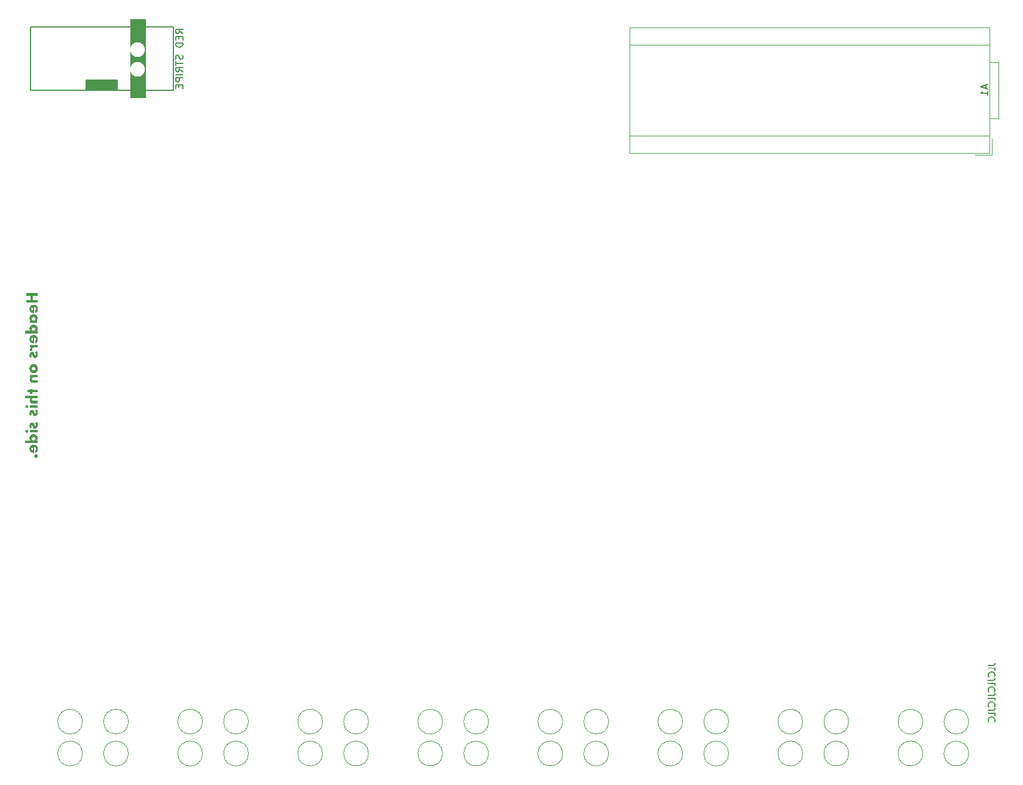
<source format=gbo>
%TF.GenerationSoftware,KiCad,Pcbnew,7.0.8*%
%TF.CreationDate,2024-02-25T18:23:33-05:00*%
%TF.ProjectId,lichen-freddie-board,6c696368-656e-42d6-9672-65646469652d,1.0*%
%TF.SameCoordinates,Original*%
%TF.FileFunction,Legend,Bot*%
%TF.FilePolarity,Positive*%
%FSLAX46Y46*%
G04 Gerber Fmt 4.6, Leading zero omitted, Abs format (unit mm)*
G04 Created by KiCad (PCBNEW 7.0.8) date 2024-02-25 18:23:33*
%MOMM*%
%LPD*%
G01*
G04 APERTURE LIST*
%ADD10C,0.150000*%
%ADD11C,0.200000*%
%ADD12C,0.101600*%
%ADD13C,0.120000*%
%ADD14C,0.203200*%
%ADD15R,1.750000X1.750000*%
%ADD16C,1.750000*%
%ADD17C,2.700000*%
%ADD18C,1.371600*%
%ADD19C,2.032000*%
%ADD20C,1.930400*%
%ADD21R,1.700000X1.700000*%
%ADD22C,1.700000*%
%ADD23C,2.082800*%
G04 APERTURE END LIST*
D10*
G36*
X238157055Y-202408660D02*
G01*
X238842400Y-202408660D01*
X238857541Y-202408593D01*
X238872190Y-202408393D01*
X238886347Y-202408059D01*
X238900011Y-202407591D01*
X238913183Y-202406990D01*
X238925862Y-202406255D01*
X238938050Y-202405387D01*
X238949745Y-202404385D01*
X238960948Y-202403250D01*
X238971658Y-202401981D01*
X238981876Y-202400579D01*
X238991602Y-202399043D01*
X239005268Y-202396488D01*
X239017826Y-202393633D01*
X239025582Y-202391563D01*
X239038264Y-202388192D01*
X239050572Y-202384401D01*
X239062507Y-202380190D01*
X239074068Y-202375557D01*
X239085256Y-202370504D01*
X239096070Y-202365030D01*
X239106511Y-202359135D01*
X239116578Y-202352820D01*
X239126272Y-202346083D01*
X239135592Y-202338926D01*
X239141598Y-202333921D01*
X239152984Y-202323797D01*
X239163637Y-202313268D01*
X239173554Y-202302334D01*
X239182737Y-202290996D01*
X239191186Y-202279253D01*
X239198899Y-202267106D01*
X239205878Y-202254554D01*
X239212123Y-202241598D01*
X239217632Y-202228237D01*
X239222408Y-202214471D01*
X239226448Y-202200301D01*
X239229754Y-202185727D01*
X239232325Y-202170748D01*
X239234162Y-202155365D01*
X239235264Y-202139577D01*
X239235631Y-202123384D01*
X239235418Y-202111010D01*
X239234780Y-202098738D01*
X239233716Y-202086570D01*
X239232227Y-202074505D01*
X239230312Y-202062543D01*
X239227972Y-202050684D01*
X239225206Y-202038928D01*
X239222015Y-202027274D01*
X239218398Y-202015724D01*
X239214355Y-202004277D01*
X239209887Y-201992934D01*
X239204994Y-201981693D01*
X239199675Y-201970555D01*
X239193930Y-201959520D01*
X239187760Y-201948588D01*
X239181165Y-201937759D01*
X239040481Y-202015673D01*
X239047421Y-202026506D01*
X239053679Y-202037205D01*
X239059254Y-202047772D01*
X239064146Y-202058206D01*
X239068355Y-202068506D01*
X239071882Y-202078673D01*
X239074727Y-202088707D01*
X239076888Y-202098609D01*
X239078368Y-202108377D01*
X239079278Y-202121194D01*
X239079316Y-202124361D01*
X239078841Y-202137303D01*
X239077418Y-202149477D01*
X239075046Y-202160882D01*
X239071725Y-202171519D01*
X239067455Y-202181387D01*
X239062237Y-202190487D01*
X239056069Y-202198818D01*
X239048953Y-202206381D01*
X239040888Y-202213175D01*
X239031874Y-202219201D01*
X239025338Y-202222791D01*
X239014557Y-202227898D01*
X239002363Y-202232502D01*
X238988757Y-202236605D01*
X238978901Y-202239060D01*
X238968418Y-202241293D01*
X238957307Y-202243302D01*
X238945568Y-202245088D01*
X238933201Y-202246651D01*
X238920206Y-202247991D01*
X238906584Y-202249107D01*
X238892334Y-202250000D01*
X238877456Y-202250670D01*
X238861951Y-202251116D01*
X238845817Y-202251339D01*
X238837515Y-202251367D01*
X238157055Y-202251367D01*
X238157055Y-202408660D01*
G37*
G36*
X238157055Y-202825826D02*
G01*
X239063684Y-202825826D01*
X239063684Y-203137480D01*
X239220000Y-203137480D01*
X239220000Y-202668534D01*
X238157055Y-202668534D01*
X238157055Y-202825826D01*
G37*
G36*
X238206147Y-204031409D02*
G01*
X238397878Y-204031409D01*
X238390755Y-204022683D01*
X238383859Y-204013938D01*
X238377189Y-204005174D01*
X238370744Y-203996391D01*
X238364526Y-203987589D01*
X238358534Y-203978767D01*
X238352768Y-203969927D01*
X238347228Y-203961067D01*
X238341915Y-203952189D01*
X238336827Y-203943291D01*
X238331965Y-203934374D01*
X238327330Y-203925438D01*
X238322921Y-203916483D01*
X238318738Y-203907509D01*
X238314781Y-203898516D01*
X238307545Y-203880473D01*
X238301214Y-203862353D01*
X238295787Y-203844157D01*
X238291265Y-203825884D01*
X238287647Y-203807536D01*
X238284933Y-203789111D01*
X238283124Y-203770609D01*
X238282220Y-203752032D01*
X238282107Y-203742714D01*
X238282221Y-203732491D01*
X238282564Y-203722369D01*
X238283135Y-203712349D01*
X238283935Y-203702429D01*
X238284963Y-203692611D01*
X238286220Y-203682894D01*
X238289419Y-203663763D01*
X238293532Y-203645036D01*
X238298559Y-203626714D01*
X238304500Y-203608796D01*
X238311355Y-203591284D01*
X238319124Y-203574175D01*
X238327807Y-203557471D01*
X238337404Y-203541172D01*
X238347915Y-203525277D01*
X238359340Y-203509787D01*
X238371679Y-203494701D01*
X238378191Y-203487310D01*
X238384932Y-203480019D01*
X238391902Y-203472831D01*
X238399099Y-203465743D01*
X238406446Y-203458770D01*
X238413894Y-203452019D01*
X238421443Y-203445490D01*
X238429092Y-203439181D01*
X238436841Y-203433094D01*
X238444692Y-203427229D01*
X238460694Y-203416161D01*
X238477100Y-203405980D01*
X238493907Y-203396683D01*
X238511118Y-203388272D01*
X238528731Y-203380746D01*
X238546747Y-203374106D01*
X238565165Y-203368351D01*
X238583986Y-203363481D01*
X238593548Y-203361378D01*
X238603210Y-203359497D01*
X238612973Y-203357837D01*
X238622836Y-203356398D01*
X238632800Y-203355181D01*
X238642865Y-203354185D01*
X238653031Y-203353410D01*
X238663297Y-203352857D01*
X238673663Y-203352525D01*
X238684131Y-203352414D01*
X238694476Y-203352525D01*
X238704720Y-203352857D01*
X238714862Y-203353410D01*
X238724904Y-203354185D01*
X238734844Y-203355181D01*
X238744684Y-203356398D01*
X238754422Y-203357837D01*
X238764059Y-203359497D01*
X238783030Y-203363481D01*
X238801596Y-203368351D01*
X238819758Y-203374106D01*
X238837515Y-203380746D01*
X238854868Y-203388272D01*
X238871816Y-203396683D01*
X238888360Y-203405980D01*
X238904499Y-203416161D01*
X238920233Y-203427229D01*
X238935563Y-203439181D01*
X238943077Y-203445490D01*
X238950489Y-203452019D01*
X238957800Y-203458770D01*
X238965010Y-203465743D01*
X238972042Y-203472876D01*
X238978852Y-203480108D01*
X238985438Y-203487440D01*
X238991800Y-203494872D01*
X239003856Y-203510036D01*
X239015019Y-203525597D01*
X239025288Y-203541558D01*
X239034665Y-203557918D01*
X239043149Y-203574676D01*
X239050739Y-203591833D01*
X239057437Y-203609389D01*
X239063241Y-203627344D01*
X239068153Y-203645697D01*
X239072172Y-203664450D01*
X239075297Y-203683601D01*
X239076525Y-203693326D01*
X239077530Y-203703151D01*
X239078311Y-203713075D01*
X239078869Y-203723099D01*
X239079204Y-203733223D01*
X239079316Y-203743447D01*
X239079208Y-203753943D01*
X239078884Y-203764242D01*
X239078345Y-203774344D01*
X239077591Y-203784251D01*
X239076054Y-203798741D01*
X239074033Y-203812790D01*
X239071526Y-203826396D01*
X239068535Y-203839560D01*
X239065058Y-203852282D01*
X239061096Y-203864562D01*
X239056649Y-203876399D01*
X239051716Y-203887794D01*
X239047209Y-203898164D01*
X239042237Y-203908665D01*
X239036800Y-203919297D01*
X239032116Y-203927897D01*
X239027134Y-203936581D01*
X239021854Y-203945349D01*
X239016276Y-203954200D01*
X239014836Y-203956427D01*
X239008882Y-203965399D01*
X239002623Y-203974485D01*
X238996059Y-203983686D01*
X238989190Y-203993002D01*
X238982015Y-204002432D01*
X238974535Y-204011977D01*
X238966750Y-204021636D01*
X238958660Y-204031409D01*
X239154542Y-204031409D01*
X239159531Y-204022817D01*
X239164362Y-204014198D01*
X239169034Y-204005552D01*
X239173548Y-203996879D01*
X239182100Y-203979454D01*
X239190019Y-203961922D01*
X239197304Y-203944283D01*
X239203956Y-203926537D01*
X239209974Y-203908685D01*
X239215359Y-203890725D01*
X239220110Y-203872659D01*
X239224228Y-203854486D01*
X239227712Y-203836206D01*
X239230563Y-203817819D01*
X239232780Y-203799325D01*
X239234364Y-203780724D01*
X239235314Y-203762017D01*
X239235631Y-203743203D01*
X239235475Y-203729056D01*
X239235006Y-203715039D01*
X239234225Y-203701153D01*
X239233131Y-203687397D01*
X239231725Y-203673771D01*
X239230007Y-203660275D01*
X239227976Y-203646910D01*
X239225632Y-203633675D01*
X239222976Y-203620570D01*
X239220008Y-203607595D01*
X239216727Y-203594751D01*
X239213134Y-203582037D01*
X239209228Y-203569453D01*
X239205010Y-203556999D01*
X239200479Y-203544675D01*
X239195636Y-203532482D01*
X239190481Y-203520419D01*
X239185013Y-203508486D01*
X239179232Y-203496684D01*
X239173139Y-203485011D01*
X239166734Y-203473469D01*
X239160016Y-203462057D01*
X239152986Y-203450775D01*
X239145643Y-203439624D01*
X239137988Y-203428603D01*
X239130020Y-203417712D01*
X239121740Y-203406951D01*
X239113147Y-203396320D01*
X239104242Y-203385820D01*
X239095024Y-203375450D01*
X239085494Y-203365210D01*
X239075652Y-203355101D01*
X239065497Y-203345258D01*
X239055211Y-203335728D01*
X239044795Y-203326511D01*
X239034249Y-203317606D01*
X239023573Y-203309013D01*
X239012766Y-203300733D01*
X239001829Y-203292765D01*
X238990762Y-203285110D01*
X238979565Y-203277767D01*
X238968238Y-203270737D01*
X238956780Y-203264019D01*
X238945192Y-203257613D01*
X238933474Y-203251520D01*
X238921625Y-203245740D01*
X238909647Y-203240272D01*
X238897538Y-203235116D01*
X238885299Y-203230273D01*
X238872929Y-203225743D01*
X238860430Y-203221524D01*
X238847800Y-203217619D01*
X238835040Y-203214025D01*
X238822150Y-203210745D01*
X238809129Y-203207776D01*
X238795979Y-203205120D01*
X238782698Y-203202777D01*
X238769287Y-203200746D01*
X238755745Y-203199027D01*
X238742073Y-203197621D01*
X238728272Y-203196528D01*
X238714340Y-203195747D01*
X238700277Y-203195278D01*
X238686085Y-203195122D01*
X238673351Y-203195252D01*
X238660705Y-203195644D01*
X238648147Y-203196298D01*
X238635675Y-203197213D01*
X238623291Y-203198389D01*
X238610994Y-203199827D01*
X238598785Y-203201526D01*
X238586663Y-203203487D01*
X238574628Y-203205709D01*
X238562680Y-203208192D01*
X238550820Y-203210937D01*
X238539047Y-203213944D01*
X238527361Y-203217211D01*
X238515762Y-203220740D01*
X238504251Y-203224531D01*
X238492827Y-203228583D01*
X238481491Y-203232896D01*
X238470242Y-203237471D01*
X238459080Y-203242307D01*
X238448005Y-203247405D01*
X238437018Y-203252764D01*
X238426118Y-203258384D01*
X238415305Y-203264266D01*
X238404579Y-203270409D01*
X238393941Y-203276814D01*
X238383390Y-203283480D01*
X238372927Y-203290408D01*
X238362551Y-203297597D01*
X238352262Y-203305047D01*
X238342060Y-203312759D01*
X238331946Y-203320732D01*
X238321919Y-203328967D01*
X238309852Y-203339365D01*
X238298169Y-203349953D01*
X238286869Y-203360729D01*
X238275951Y-203371694D01*
X238265417Y-203382848D01*
X238255266Y-203394191D01*
X238245498Y-203405723D01*
X238236113Y-203417444D01*
X238227111Y-203429353D01*
X238218492Y-203441452D01*
X238210256Y-203453739D01*
X238202404Y-203466216D01*
X238194934Y-203478881D01*
X238187847Y-203491735D01*
X238181144Y-203504779D01*
X238174823Y-203518011D01*
X238168886Y-203531432D01*
X238163331Y-203545041D01*
X238158160Y-203558840D01*
X238153372Y-203572828D01*
X238148967Y-203587004D01*
X238144945Y-203601370D01*
X238141305Y-203615924D01*
X238138049Y-203630668D01*
X238135177Y-203645600D01*
X238132687Y-203660721D01*
X238130580Y-203676031D01*
X238128856Y-203691530D01*
X238127515Y-203707218D01*
X238126558Y-203723095D01*
X238125983Y-203739160D01*
X238125792Y-203755415D01*
X238126105Y-203773237D01*
X238127047Y-203790983D01*
X238128617Y-203808652D01*
X238130814Y-203826245D01*
X238133639Y-203843762D01*
X238137092Y-203861202D01*
X238141172Y-203878567D01*
X238145881Y-203895854D01*
X238151217Y-203913066D01*
X238157181Y-203930201D01*
X238163772Y-203947260D01*
X238170992Y-203964242D01*
X238178839Y-203981149D01*
X238187314Y-203997978D01*
X238196417Y-204014732D01*
X238206147Y-204031409D01*
G37*
G36*
X238157055Y-204536503D02*
G01*
X238842400Y-204536503D01*
X238857541Y-204536437D01*
X238872190Y-204536236D01*
X238886347Y-204535902D01*
X238900011Y-204535435D01*
X238913183Y-204534834D01*
X238925862Y-204534099D01*
X238938050Y-204533231D01*
X238949745Y-204532229D01*
X238960948Y-204531094D01*
X238971658Y-204529825D01*
X238981876Y-204528422D01*
X238991602Y-204526886D01*
X239005268Y-204524332D01*
X239017826Y-204521477D01*
X239025582Y-204519406D01*
X239038264Y-204516036D01*
X239050572Y-204512245D01*
X239062507Y-204508033D01*
X239074068Y-204503401D01*
X239085256Y-204498348D01*
X239096070Y-204492874D01*
X239106511Y-204486979D01*
X239116578Y-204480663D01*
X239126272Y-204473927D01*
X239135592Y-204466770D01*
X239141598Y-204461765D01*
X239152984Y-204451640D01*
X239163637Y-204441111D01*
X239173554Y-204430178D01*
X239182737Y-204418839D01*
X239191186Y-204407097D01*
X239198899Y-204394949D01*
X239205878Y-204382398D01*
X239212123Y-204369441D01*
X239217632Y-204356080D01*
X239222408Y-204342315D01*
X239226448Y-204328145D01*
X239229754Y-204313571D01*
X239232325Y-204298592D01*
X239234162Y-204283208D01*
X239235264Y-204267420D01*
X239235631Y-204251228D01*
X239235418Y-204238853D01*
X239234780Y-204226582D01*
X239233716Y-204214414D01*
X239232227Y-204202349D01*
X239230312Y-204190386D01*
X239227972Y-204178527D01*
X239225206Y-204166771D01*
X239222015Y-204155118D01*
X239218398Y-204143568D01*
X239214355Y-204132121D01*
X239209887Y-204120777D01*
X239204994Y-204109536D01*
X239199675Y-204098398D01*
X239193930Y-204087364D01*
X239187760Y-204076432D01*
X239181165Y-204065603D01*
X239040481Y-204143517D01*
X239047421Y-204154349D01*
X239053679Y-204165049D01*
X239059254Y-204175616D01*
X239064146Y-204186049D01*
X239068355Y-204196350D01*
X239071882Y-204206517D01*
X239074727Y-204216551D01*
X239076888Y-204226452D01*
X239078368Y-204236220D01*
X239079278Y-204249037D01*
X239079316Y-204252205D01*
X239078841Y-204265147D01*
X239077418Y-204277321D01*
X239075046Y-204288726D01*
X239071725Y-204299363D01*
X239067455Y-204309231D01*
X239062237Y-204318331D01*
X239056069Y-204326662D01*
X239048953Y-204334224D01*
X239040888Y-204341019D01*
X239031874Y-204347044D01*
X239025338Y-204350635D01*
X239014557Y-204355741D01*
X239002363Y-204360346D01*
X238988757Y-204364448D01*
X238978901Y-204366904D01*
X238968418Y-204369137D01*
X238957307Y-204371146D01*
X238945568Y-204372932D01*
X238933201Y-204374495D01*
X238920206Y-204375834D01*
X238906584Y-204376951D01*
X238892334Y-204377844D01*
X238877456Y-204378513D01*
X238861951Y-204378960D01*
X238845817Y-204379183D01*
X238837515Y-204379211D01*
X238157055Y-204379211D01*
X238157055Y-204536503D01*
G37*
G36*
X238157055Y-204953670D02*
G01*
X239063684Y-204953670D01*
X239063684Y-205265324D01*
X239220000Y-205265324D01*
X239220000Y-204796378D01*
X238157055Y-204796378D01*
X238157055Y-204953670D01*
G37*
G36*
X238206147Y-206159253D02*
G01*
X238397878Y-206159253D01*
X238390755Y-206150527D01*
X238383859Y-206141782D01*
X238377189Y-206133018D01*
X238370744Y-206124234D01*
X238364526Y-206115432D01*
X238358534Y-206106611D01*
X238352768Y-206097770D01*
X238347228Y-206088911D01*
X238341915Y-206080032D01*
X238336827Y-206071135D01*
X238331965Y-206062218D01*
X238327330Y-206053282D01*
X238322921Y-206044327D01*
X238318738Y-206035353D01*
X238314781Y-206026360D01*
X238307545Y-206008316D01*
X238301214Y-205990197D01*
X238295787Y-205972001D01*
X238291265Y-205953728D01*
X238287647Y-205935379D01*
X238284933Y-205916954D01*
X238283124Y-205898453D01*
X238282220Y-205879875D01*
X238282107Y-205870558D01*
X238282221Y-205860335D01*
X238282564Y-205850213D01*
X238283135Y-205840192D01*
X238283935Y-205830273D01*
X238284963Y-205820455D01*
X238286220Y-205810737D01*
X238289419Y-205791606D01*
X238293532Y-205772880D01*
X238298559Y-205754558D01*
X238304500Y-205736640D01*
X238311355Y-205719127D01*
X238319124Y-205702019D01*
X238327807Y-205685315D01*
X238337404Y-205669015D01*
X238347915Y-205653121D01*
X238359340Y-205637630D01*
X238371679Y-205622544D01*
X238378191Y-205615153D01*
X238384932Y-205607863D01*
X238391902Y-205600674D01*
X238399099Y-205593586D01*
X238406446Y-205586614D01*
X238413894Y-205579863D01*
X238421443Y-205573333D01*
X238429092Y-205567025D01*
X238436841Y-205560938D01*
X238444692Y-205555072D01*
X238460694Y-205544005D01*
X238477100Y-205533823D01*
X238493907Y-205524527D01*
X238511118Y-205516116D01*
X238528731Y-205508590D01*
X238546747Y-205501950D01*
X238565165Y-205496195D01*
X238583986Y-205491325D01*
X238593548Y-205489222D01*
X238603210Y-205487341D01*
X238612973Y-205485681D01*
X238622836Y-205484242D01*
X238632800Y-205483025D01*
X238642865Y-205482028D01*
X238653031Y-205481254D01*
X238663297Y-205480700D01*
X238673663Y-205480368D01*
X238684131Y-205480258D01*
X238694476Y-205480368D01*
X238704720Y-205480700D01*
X238714862Y-205481254D01*
X238724904Y-205482028D01*
X238734844Y-205483025D01*
X238744684Y-205484242D01*
X238754422Y-205485681D01*
X238764059Y-205487341D01*
X238783030Y-205491325D01*
X238801596Y-205496195D01*
X238819758Y-205501950D01*
X238837515Y-205508590D01*
X238854868Y-205516116D01*
X238871816Y-205524527D01*
X238888360Y-205533823D01*
X238904499Y-205544005D01*
X238920233Y-205555072D01*
X238935563Y-205567025D01*
X238943077Y-205573333D01*
X238950489Y-205579863D01*
X238957800Y-205586614D01*
X238965010Y-205593586D01*
X238972042Y-205600719D01*
X238978852Y-205607952D01*
X238985438Y-205615284D01*
X238991800Y-205622716D01*
X239003856Y-205637879D01*
X239015019Y-205653441D01*
X239025288Y-205669402D01*
X239034665Y-205685761D01*
X239043149Y-205702520D01*
X239050739Y-205719677D01*
X239057437Y-205737233D01*
X239063241Y-205755187D01*
X239068153Y-205773541D01*
X239072172Y-205792293D01*
X239075297Y-205811444D01*
X239076525Y-205821169D01*
X239077530Y-205830994D01*
X239078311Y-205840919D01*
X239078869Y-205850943D01*
X239079204Y-205861067D01*
X239079316Y-205871290D01*
X239079208Y-205881786D01*
X239078884Y-205892085D01*
X239078345Y-205902188D01*
X239077591Y-205912094D01*
X239076054Y-205926585D01*
X239074033Y-205940634D01*
X239071526Y-205954240D01*
X239068535Y-205967404D01*
X239065058Y-205980126D01*
X239061096Y-205992405D01*
X239056649Y-206004243D01*
X239051716Y-206015638D01*
X239047209Y-206026008D01*
X239042237Y-206036508D01*
X239036800Y-206047140D01*
X239032116Y-206055740D01*
X239027134Y-206064424D01*
X239021854Y-206073192D01*
X239016276Y-206082044D01*
X239014836Y-206084270D01*
X239008882Y-206093242D01*
X239002623Y-206102329D01*
X238996059Y-206111530D01*
X238989190Y-206120846D01*
X238982015Y-206130276D01*
X238974535Y-206139820D01*
X238966750Y-206149479D01*
X238958660Y-206159253D01*
X239154542Y-206159253D01*
X239159531Y-206150660D01*
X239164362Y-206142041D01*
X239169034Y-206133396D01*
X239173548Y-206124723D01*
X239182100Y-206107298D01*
X239190019Y-206089766D01*
X239197304Y-206072127D01*
X239203956Y-206054381D01*
X239209974Y-206036528D01*
X239215359Y-206018569D01*
X239220110Y-206000503D01*
X239224228Y-205982329D01*
X239227712Y-205964049D01*
X239230563Y-205945662D01*
X239232780Y-205927169D01*
X239234364Y-205908568D01*
X239235314Y-205889861D01*
X239235631Y-205871046D01*
X239235475Y-205856899D01*
X239235006Y-205842883D01*
X239234225Y-205828997D01*
X239233131Y-205815241D01*
X239231725Y-205801615D01*
X239230007Y-205788119D01*
X239227976Y-205774754D01*
X239225632Y-205761519D01*
X239222976Y-205748414D01*
X239220008Y-205735439D01*
X239216727Y-205722595D01*
X239213134Y-205709880D01*
X239209228Y-205697296D01*
X239205010Y-205684843D01*
X239200479Y-205672519D01*
X239195636Y-205660326D01*
X239190481Y-205648263D01*
X239185013Y-205636330D01*
X239179232Y-205624527D01*
X239173139Y-205612855D01*
X239166734Y-205601313D01*
X239160016Y-205589901D01*
X239152986Y-205578619D01*
X239145643Y-205567468D01*
X239137988Y-205556446D01*
X239130020Y-205545555D01*
X239121740Y-205534795D01*
X239113147Y-205524164D01*
X239104242Y-205513664D01*
X239095024Y-205503294D01*
X239085494Y-205493054D01*
X239075652Y-205482944D01*
X239065497Y-205473102D01*
X239055211Y-205463572D01*
X239044795Y-205454354D01*
X239034249Y-205445449D01*
X239023573Y-205436857D01*
X239012766Y-205428576D01*
X239001829Y-205420609D01*
X238990762Y-205412954D01*
X238979565Y-205405611D01*
X238968238Y-205398580D01*
X238956780Y-205391863D01*
X238945192Y-205385457D01*
X238933474Y-205379364D01*
X238921625Y-205373584D01*
X238909647Y-205368116D01*
X238897538Y-205362960D01*
X238885299Y-205358117D01*
X238872929Y-205353586D01*
X238860430Y-205349368D01*
X238847800Y-205345462D01*
X238835040Y-205341869D01*
X238822150Y-205338588D01*
X238809129Y-205335620D01*
X238795979Y-205332964D01*
X238782698Y-205330621D01*
X238769287Y-205328590D01*
X238755745Y-205326871D01*
X238742073Y-205325465D01*
X238728272Y-205324371D01*
X238714340Y-205323590D01*
X238700277Y-205323122D01*
X238686085Y-205322965D01*
X238673351Y-205323096D01*
X238660705Y-205323488D01*
X238648147Y-205324142D01*
X238635675Y-205325057D01*
X238623291Y-205326233D01*
X238610994Y-205327671D01*
X238598785Y-205329370D01*
X238586663Y-205331331D01*
X238574628Y-205333553D01*
X238562680Y-205336036D01*
X238550820Y-205338781D01*
X238539047Y-205341787D01*
X238527361Y-205345055D01*
X238515762Y-205348584D01*
X238504251Y-205352375D01*
X238492827Y-205356427D01*
X238481491Y-205360740D01*
X238470242Y-205365315D01*
X238459080Y-205370151D01*
X238448005Y-205375249D01*
X238437018Y-205380608D01*
X238426118Y-205386228D01*
X238415305Y-205392110D01*
X238404579Y-205398253D01*
X238393941Y-205404658D01*
X238383390Y-205411324D01*
X238372927Y-205418252D01*
X238362551Y-205425440D01*
X238352262Y-205432891D01*
X238342060Y-205440603D01*
X238331946Y-205448576D01*
X238321919Y-205456810D01*
X238309852Y-205467209D01*
X238298169Y-205477796D01*
X238286869Y-205488572D01*
X238275951Y-205499538D01*
X238265417Y-205510692D01*
X238255266Y-205522035D01*
X238245498Y-205533567D01*
X238236113Y-205545287D01*
X238227111Y-205557197D01*
X238218492Y-205569296D01*
X238210256Y-205581583D01*
X238202404Y-205594060D01*
X238194934Y-205606725D01*
X238187847Y-205619579D01*
X238181144Y-205632622D01*
X238174823Y-205645854D01*
X238168886Y-205659275D01*
X238163331Y-205672885D01*
X238158160Y-205686684D01*
X238153372Y-205700672D01*
X238148967Y-205714848D01*
X238144945Y-205729214D01*
X238141305Y-205743768D01*
X238138049Y-205758511D01*
X238135177Y-205773444D01*
X238132687Y-205788565D01*
X238130580Y-205803875D01*
X238128856Y-205819374D01*
X238127515Y-205835061D01*
X238126558Y-205850938D01*
X238125983Y-205867004D01*
X238125792Y-205883258D01*
X238126105Y-205901080D01*
X238127047Y-205918826D01*
X238128617Y-205936496D01*
X238130814Y-205954089D01*
X238133639Y-205971606D01*
X238137092Y-205989046D01*
X238141172Y-206006410D01*
X238145881Y-206023698D01*
X238151217Y-206040910D01*
X238157181Y-206058045D01*
X238163772Y-206075104D01*
X238170992Y-206092086D01*
X238178839Y-206108992D01*
X238187314Y-206125822D01*
X238196417Y-206142576D01*
X238206147Y-206159253D01*
G37*
G36*
X238157055Y-206664347D02*
G01*
X238842400Y-206664347D01*
X238857541Y-206664280D01*
X238872190Y-206664080D01*
X238886347Y-206663746D01*
X238900011Y-206663278D01*
X238913183Y-206662677D01*
X238925862Y-206661943D01*
X238938050Y-206661075D01*
X238949745Y-206660073D01*
X238960948Y-206658937D01*
X238971658Y-206657669D01*
X238981876Y-206656266D01*
X238991602Y-206654730D01*
X239005268Y-206652175D01*
X239017826Y-206649320D01*
X239025582Y-206647250D01*
X239038264Y-206643880D01*
X239050572Y-206640089D01*
X239062507Y-206635877D01*
X239074068Y-206631244D01*
X239085256Y-206626191D01*
X239096070Y-206620717D01*
X239106511Y-206614822D01*
X239116578Y-206608507D01*
X239126272Y-206601771D01*
X239135592Y-206594614D01*
X239141598Y-206589609D01*
X239152984Y-206579484D01*
X239163637Y-206568955D01*
X239173554Y-206558021D01*
X239182737Y-206546683D01*
X239191186Y-206534940D01*
X239198899Y-206522793D01*
X239205878Y-206510241D01*
X239212123Y-206497285D01*
X239217632Y-206483924D01*
X239222408Y-206470159D01*
X239226448Y-206455989D01*
X239229754Y-206441414D01*
X239232325Y-206426435D01*
X239234162Y-206411052D01*
X239235264Y-206395264D01*
X239235631Y-206379071D01*
X239235418Y-206366697D01*
X239234780Y-206354426D01*
X239233716Y-206342257D01*
X239232227Y-206330192D01*
X239230312Y-206318230D01*
X239227972Y-206306371D01*
X239225206Y-206294615D01*
X239222015Y-206282962D01*
X239218398Y-206271412D01*
X239214355Y-206259965D01*
X239209887Y-206248621D01*
X239204994Y-206237380D01*
X239199675Y-206226242D01*
X239193930Y-206215207D01*
X239187760Y-206204276D01*
X239181165Y-206193447D01*
X239040481Y-206271360D01*
X239047421Y-206282193D01*
X239053679Y-206292893D01*
X239059254Y-206303459D01*
X239064146Y-206313893D01*
X239068355Y-206324193D01*
X239071882Y-206334361D01*
X239074727Y-206344395D01*
X239076888Y-206354296D01*
X239078368Y-206364064D01*
X239079278Y-206376881D01*
X239079316Y-206380048D01*
X239078841Y-206392991D01*
X239077418Y-206405164D01*
X239075046Y-206416570D01*
X239071725Y-206427206D01*
X239067455Y-206437075D01*
X239062237Y-206446174D01*
X239056069Y-206454505D01*
X239048953Y-206462068D01*
X239040888Y-206468862D01*
X239031874Y-206474888D01*
X239025338Y-206478478D01*
X239014557Y-206483585D01*
X239002363Y-206488190D01*
X238988757Y-206492292D01*
X238978901Y-206494748D01*
X238968418Y-206496980D01*
X238957307Y-206498990D01*
X238945568Y-206500776D01*
X238933201Y-206502338D01*
X238920206Y-206503678D01*
X238906584Y-206504794D01*
X238892334Y-206505687D01*
X238877456Y-206506357D01*
X238861951Y-206506803D01*
X238845817Y-206507027D01*
X238837515Y-206507055D01*
X238157055Y-206507055D01*
X238157055Y-206664347D01*
G37*
G36*
X238157055Y-207081514D02*
G01*
X239063684Y-207081514D01*
X239063684Y-207393168D01*
X239220000Y-207393168D01*
X239220000Y-206924221D01*
X238157055Y-206924221D01*
X238157055Y-207081514D01*
G37*
G36*
X238206147Y-208287096D02*
G01*
X238397878Y-208287096D01*
X238390755Y-208278371D01*
X238383859Y-208269626D01*
X238377189Y-208260861D01*
X238370744Y-208252078D01*
X238364526Y-208243276D01*
X238358534Y-208234455D01*
X238352768Y-208225614D01*
X238347228Y-208216755D01*
X238341915Y-208207876D01*
X238336827Y-208198978D01*
X238331965Y-208190061D01*
X238327330Y-208181126D01*
X238322921Y-208172171D01*
X238318738Y-208163197D01*
X238314781Y-208154204D01*
X238307545Y-208136160D01*
X238301214Y-208118040D01*
X238295787Y-208099844D01*
X238291265Y-208081572D01*
X238287647Y-208063223D01*
X238284933Y-208044798D01*
X238283124Y-208026297D01*
X238282220Y-208007719D01*
X238282107Y-207998401D01*
X238282221Y-207988179D01*
X238282564Y-207978057D01*
X238283135Y-207968036D01*
X238283935Y-207958117D01*
X238284963Y-207948298D01*
X238286220Y-207938581D01*
X238289419Y-207919450D01*
X238293532Y-207900723D01*
X238298559Y-207882401D01*
X238304500Y-207864484D01*
X238311355Y-207846971D01*
X238319124Y-207829862D01*
X238327807Y-207813159D01*
X238337404Y-207796859D01*
X238347915Y-207780964D01*
X238359340Y-207765474D01*
X238371679Y-207750388D01*
X238378191Y-207742997D01*
X238384932Y-207735707D01*
X238391902Y-207728518D01*
X238399099Y-207721430D01*
X238406446Y-207714458D01*
X238413894Y-207707707D01*
X238421443Y-207701177D01*
X238429092Y-207694869D01*
X238436841Y-207688782D01*
X238444692Y-207682916D01*
X238460694Y-207671849D01*
X238477100Y-207661667D01*
X238493907Y-207652370D01*
X238511118Y-207643959D01*
X238528731Y-207636434D01*
X238546747Y-207629793D01*
X238565165Y-207624038D01*
X238583986Y-207619169D01*
X238593548Y-207617066D01*
X238603210Y-207615184D01*
X238612973Y-207613524D01*
X238622836Y-207612086D01*
X238632800Y-207610868D01*
X238642865Y-207609872D01*
X238653031Y-207609097D01*
X238663297Y-207608544D01*
X238673663Y-207608212D01*
X238684131Y-207608101D01*
X238694476Y-207608212D01*
X238704720Y-207608544D01*
X238714862Y-207609097D01*
X238724904Y-207609872D01*
X238734844Y-207610868D01*
X238744684Y-207612086D01*
X238754422Y-207613524D01*
X238764059Y-207615184D01*
X238783030Y-207619169D01*
X238801596Y-207624038D01*
X238819758Y-207629793D01*
X238837515Y-207636434D01*
X238854868Y-207643959D01*
X238871816Y-207652370D01*
X238888360Y-207661667D01*
X238904499Y-207671849D01*
X238920233Y-207682916D01*
X238935563Y-207694869D01*
X238943077Y-207701177D01*
X238950489Y-207707707D01*
X238957800Y-207714458D01*
X238965010Y-207721430D01*
X238972042Y-207728563D01*
X238978852Y-207735796D01*
X238985438Y-207743128D01*
X238991800Y-207750560D01*
X239003856Y-207765723D01*
X239015019Y-207781285D01*
X239025288Y-207797246D01*
X239034665Y-207813605D01*
X239043149Y-207830363D01*
X239050739Y-207847520D01*
X239057437Y-207865076D01*
X239063241Y-207883031D01*
X239068153Y-207901385D01*
X239072172Y-207920137D01*
X239075297Y-207939288D01*
X239076525Y-207949013D01*
X239077530Y-207958838D01*
X239078311Y-207968762D01*
X239078869Y-207978787D01*
X239079204Y-207988911D01*
X239079316Y-207999134D01*
X239079208Y-208009630D01*
X239078884Y-208019929D01*
X239078345Y-208030032D01*
X239077591Y-208039938D01*
X239076054Y-208054429D01*
X239074033Y-208068477D01*
X239071526Y-208082083D01*
X239068535Y-208095248D01*
X239065058Y-208107969D01*
X239061096Y-208120249D01*
X239056649Y-208132086D01*
X239051716Y-208143482D01*
X239047209Y-208153851D01*
X239042237Y-208164352D01*
X239036800Y-208174984D01*
X239032116Y-208183584D01*
X239027134Y-208192268D01*
X239021854Y-208201036D01*
X239016276Y-208209888D01*
X239014836Y-208212114D01*
X239008882Y-208221086D01*
X239002623Y-208230173D01*
X238996059Y-208239374D01*
X238989190Y-208248689D01*
X238982015Y-208258119D01*
X238974535Y-208267664D01*
X238966750Y-208277323D01*
X238958660Y-208287096D01*
X239154542Y-208287096D01*
X239159531Y-208278504D01*
X239164362Y-208269885D01*
X239169034Y-208261239D01*
X239173548Y-208252567D01*
X239182100Y-208235141D01*
X239190019Y-208217609D01*
X239197304Y-208199970D01*
X239203956Y-208182225D01*
X239209974Y-208164372D01*
X239215359Y-208146413D01*
X239220110Y-208128346D01*
X239224228Y-208110173D01*
X239227712Y-208091893D01*
X239230563Y-208073506D01*
X239232780Y-208055012D01*
X239234364Y-208036412D01*
X239235314Y-208017704D01*
X239235631Y-207998890D01*
X239235475Y-207984743D01*
X239235006Y-207970727D01*
X239234225Y-207956840D01*
X239233131Y-207943084D01*
X239231725Y-207929458D01*
X239230007Y-207915963D01*
X239227976Y-207902597D01*
X239225632Y-207889362D01*
X239222976Y-207876257D01*
X239220008Y-207863283D01*
X239216727Y-207850438D01*
X239213134Y-207837724D01*
X239209228Y-207825140D01*
X239205010Y-207812686D01*
X239200479Y-207800363D01*
X239195636Y-207788169D01*
X239190481Y-207776106D01*
X239185013Y-207764174D01*
X239179232Y-207752371D01*
X239173139Y-207740699D01*
X239166734Y-207729156D01*
X239160016Y-207717744D01*
X239152986Y-207706463D01*
X239145643Y-207695311D01*
X239137988Y-207684290D01*
X239130020Y-207673399D01*
X239121740Y-207662638D01*
X239113147Y-207652008D01*
X239104242Y-207641508D01*
X239095024Y-207631137D01*
X239085494Y-207620898D01*
X239075652Y-207610788D01*
X239065497Y-207600946D01*
X239055211Y-207591416D01*
X239044795Y-207582198D01*
X239034249Y-207573293D01*
X239023573Y-207564700D01*
X239012766Y-207556420D01*
X239001829Y-207548452D01*
X238990762Y-207540797D01*
X238979565Y-207533454D01*
X238968238Y-207526424D01*
X238956780Y-207519706D01*
X238945192Y-207513301D01*
X238933474Y-207507208D01*
X238921625Y-207501427D01*
X238909647Y-207495959D01*
X238897538Y-207490804D01*
X238885299Y-207485961D01*
X238872929Y-207481430D01*
X238860430Y-207477212D01*
X238847800Y-207473306D01*
X238835040Y-207469713D01*
X238822150Y-207466432D01*
X238809129Y-207463464D01*
X238795979Y-207460808D01*
X238782698Y-207458464D01*
X238769287Y-207456433D01*
X238755745Y-207454715D01*
X238742073Y-207453309D01*
X238728272Y-207452215D01*
X238714340Y-207451434D01*
X238700277Y-207450965D01*
X238686085Y-207450809D01*
X238673351Y-207450940D01*
X238660705Y-207451332D01*
X238648147Y-207451985D01*
X238635675Y-207452900D01*
X238623291Y-207454077D01*
X238610994Y-207455514D01*
X238598785Y-207457214D01*
X238586663Y-207459174D01*
X238574628Y-207461396D01*
X238562680Y-207463880D01*
X238550820Y-207466625D01*
X238539047Y-207469631D01*
X238527361Y-207472899D01*
X238515762Y-207476428D01*
X238504251Y-207480218D01*
X238492827Y-207484270D01*
X238481491Y-207488584D01*
X238470242Y-207493158D01*
X238459080Y-207497995D01*
X238448005Y-207503092D01*
X238437018Y-207508451D01*
X238426118Y-207514072D01*
X238415305Y-207519954D01*
X238404579Y-207526097D01*
X238393941Y-207532502D01*
X238383390Y-207539168D01*
X238372927Y-207546095D01*
X238362551Y-207553284D01*
X238352262Y-207560734D01*
X238342060Y-207568446D01*
X238331946Y-207576419D01*
X238321919Y-207584654D01*
X238309852Y-207595053D01*
X238298169Y-207605640D01*
X238286869Y-207616416D01*
X238275951Y-207627381D01*
X238265417Y-207638535D01*
X238255266Y-207649878D01*
X238245498Y-207661410D01*
X238236113Y-207673131D01*
X238227111Y-207685041D01*
X238218492Y-207697139D01*
X238210256Y-207709427D01*
X238202404Y-207721903D01*
X238194934Y-207734569D01*
X238187847Y-207747423D01*
X238181144Y-207760466D01*
X238174823Y-207773698D01*
X238168886Y-207787119D01*
X238163331Y-207800729D01*
X238158160Y-207814528D01*
X238153372Y-207828515D01*
X238148967Y-207842692D01*
X238144945Y-207857057D01*
X238141305Y-207871612D01*
X238138049Y-207886355D01*
X238135177Y-207901287D01*
X238132687Y-207916408D01*
X238130580Y-207931718D01*
X238128856Y-207947217D01*
X238127515Y-207962905D01*
X238126558Y-207978782D01*
X238125983Y-207994848D01*
X238125792Y-208011102D01*
X238126105Y-208028924D01*
X238127047Y-208046670D01*
X238128617Y-208064339D01*
X238130814Y-208081933D01*
X238133639Y-208099449D01*
X238137092Y-208116890D01*
X238141172Y-208134254D01*
X238145881Y-208151542D01*
X238151217Y-208168753D01*
X238157181Y-208185888D01*
X238163772Y-208202947D01*
X238170992Y-208219930D01*
X238178839Y-208236836D01*
X238187314Y-208253666D01*
X238196417Y-208270419D01*
X238206147Y-208287096D01*
G37*
G36*
X238157055Y-208792191D02*
G01*
X238842400Y-208792191D01*
X238857541Y-208792124D01*
X238872190Y-208791924D01*
X238886347Y-208791590D01*
X238900011Y-208791122D01*
X238913183Y-208790521D01*
X238925862Y-208789786D01*
X238938050Y-208788918D01*
X238949745Y-208787916D01*
X238960948Y-208786781D01*
X238971658Y-208785512D01*
X238981876Y-208784110D01*
X238991602Y-208782574D01*
X239005268Y-208780019D01*
X239017826Y-208777164D01*
X239025582Y-208775094D01*
X239038264Y-208771723D01*
X239050572Y-208767932D01*
X239062507Y-208763721D01*
X239074068Y-208759088D01*
X239085256Y-208754035D01*
X239096070Y-208748561D01*
X239106511Y-208742666D01*
X239116578Y-208736351D01*
X239126272Y-208729614D01*
X239135592Y-208722457D01*
X239141598Y-208717452D01*
X239152984Y-208707328D01*
X239163637Y-208696799D01*
X239173554Y-208685865D01*
X239182737Y-208674527D01*
X239191186Y-208662784D01*
X239198899Y-208650637D01*
X239205878Y-208638085D01*
X239212123Y-208625129D01*
X239217632Y-208611768D01*
X239222408Y-208598002D01*
X239226448Y-208583832D01*
X239229754Y-208569258D01*
X239232325Y-208554279D01*
X239234162Y-208538896D01*
X239235264Y-208523108D01*
X239235631Y-208506915D01*
X239235418Y-208494541D01*
X239234780Y-208482269D01*
X239233716Y-208470101D01*
X239232227Y-208458036D01*
X239230312Y-208446074D01*
X239227972Y-208434215D01*
X239225206Y-208422459D01*
X239222015Y-208410806D01*
X239218398Y-208399255D01*
X239214355Y-208387809D01*
X239209887Y-208376465D01*
X239204994Y-208365224D01*
X239199675Y-208354086D01*
X239193930Y-208343051D01*
X239187760Y-208332119D01*
X239181165Y-208321290D01*
X239040481Y-208399204D01*
X239047421Y-208410037D01*
X239053679Y-208420736D01*
X239059254Y-208431303D01*
X239064146Y-208441737D01*
X239068355Y-208452037D01*
X239071882Y-208462204D01*
X239074727Y-208472239D01*
X239076888Y-208482140D01*
X239078368Y-208491908D01*
X239079278Y-208504725D01*
X239079316Y-208507892D01*
X239078841Y-208520834D01*
X239077418Y-208533008D01*
X239075046Y-208544413D01*
X239071725Y-208555050D01*
X239067455Y-208564918D01*
X239062237Y-208574018D01*
X239056069Y-208582349D01*
X239048953Y-208589912D01*
X239040888Y-208596706D01*
X239031874Y-208602732D01*
X239025338Y-208606322D01*
X239014557Y-208611429D01*
X239002363Y-208616033D01*
X238988757Y-208620136D01*
X238978901Y-208622591D01*
X238968418Y-208624824D01*
X238957307Y-208626833D01*
X238945568Y-208628619D01*
X238933201Y-208630182D01*
X238920206Y-208631522D01*
X238906584Y-208632638D01*
X238892334Y-208633531D01*
X238877456Y-208634201D01*
X238861951Y-208634647D01*
X238845817Y-208634870D01*
X238837515Y-208634898D01*
X238157055Y-208634898D01*
X238157055Y-208792191D01*
G37*
G36*
X238157055Y-209209357D02*
G01*
X239063684Y-209209357D01*
X239063684Y-209521011D01*
X239220000Y-209521011D01*
X239220000Y-209052065D01*
X238157055Y-209052065D01*
X238157055Y-209209357D01*
G37*
G36*
X238206147Y-210414940D02*
G01*
X238397878Y-210414940D01*
X238390755Y-210406214D01*
X238383859Y-210397469D01*
X238377189Y-210388705D01*
X238370744Y-210379922D01*
X238364526Y-210371120D01*
X238358534Y-210362298D01*
X238352768Y-210353458D01*
X238347228Y-210344598D01*
X238341915Y-210335720D01*
X238336827Y-210326822D01*
X238331965Y-210317905D01*
X238327330Y-210308969D01*
X238322921Y-210300014D01*
X238318738Y-210291040D01*
X238314781Y-210282047D01*
X238307545Y-210264004D01*
X238301214Y-210245884D01*
X238295787Y-210227688D01*
X238291265Y-210209416D01*
X238287647Y-210191067D01*
X238284933Y-210172642D01*
X238283124Y-210154140D01*
X238282220Y-210135563D01*
X238282107Y-210126245D01*
X238282221Y-210116022D01*
X238282564Y-210105900D01*
X238283135Y-210095880D01*
X238283935Y-210085960D01*
X238284963Y-210076142D01*
X238286220Y-210066425D01*
X238289419Y-210047294D01*
X238293532Y-210028567D01*
X238298559Y-210010245D01*
X238304500Y-209992328D01*
X238311355Y-209974815D01*
X238319124Y-209957706D01*
X238327807Y-209941002D01*
X238337404Y-209924703D01*
X238347915Y-209908808D01*
X238359340Y-209893318D01*
X238371679Y-209878232D01*
X238378191Y-209870841D01*
X238384932Y-209863551D01*
X238391902Y-209856362D01*
X238399099Y-209849274D01*
X238406446Y-209842301D01*
X238413894Y-209835550D01*
X238421443Y-209829021D01*
X238429092Y-209822712D01*
X238436841Y-209816625D01*
X238444692Y-209810760D01*
X238460694Y-209799692D01*
X238477100Y-209789511D01*
X238493907Y-209780214D01*
X238511118Y-209771803D01*
X238528731Y-209764277D01*
X238546747Y-209757637D01*
X238565165Y-209751882D01*
X238583986Y-209747012D01*
X238593548Y-209744910D01*
X238603210Y-209743028D01*
X238612973Y-209741368D01*
X238622836Y-209739929D01*
X238632800Y-209738712D01*
X238642865Y-209737716D01*
X238653031Y-209736941D01*
X238663297Y-209736388D01*
X238673663Y-209736056D01*
X238684131Y-209735945D01*
X238694476Y-209736056D01*
X238704720Y-209736388D01*
X238714862Y-209736941D01*
X238724904Y-209737716D01*
X238734844Y-209738712D01*
X238744684Y-209739929D01*
X238754422Y-209741368D01*
X238764059Y-209743028D01*
X238783030Y-209747012D01*
X238801596Y-209751882D01*
X238819758Y-209757637D01*
X238837515Y-209764277D01*
X238854868Y-209771803D01*
X238871816Y-209780214D01*
X238888360Y-209789511D01*
X238904499Y-209799692D01*
X238920233Y-209810760D01*
X238935563Y-209822712D01*
X238943077Y-209829021D01*
X238950489Y-209835550D01*
X238957800Y-209842301D01*
X238965010Y-209849274D01*
X238972042Y-209856407D01*
X238978852Y-209863639D01*
X238985438Y-209870972D01*
X238991800Y-209878404D01*
X239003856Y-209893567D01*
X239015019Y-209909129D01*
X239025288Y-209925089D01*
X239034665Y-209941449D01*
X239043149Y-209958207D01*
X239050739Y-209975364D01*
X239057437Y-209992920D01*
X239063241Y-210010875D01*
X239068153Y-210029228D01*
X239072172Y-210047981D01*
X239075297Y-210067132D01*
X239076525Y-210076857D01*
X239077530Y-210086682D01*
X239078311Y-210096606D01*
X239078869Y-210106630D01*
X239079204Y-210116754D01*
X239079316Y-210126978D01*
X239079208Y-210137474D01*
X239078884Y-210147773D01*
X239078345Y-210157876D01*
X239077591Y-210167782D01*
X239076054Y-210182272D01*
X239074033Y-210196321D01*
X239071526Y-210209927D01*
X239068535Y-210223091D01*
X239065058Y-210235813D01*
X239061096Y-210248093D01*
X239056649Y-210259930D01*
X239051716Y-210271325D01*
X239047209Y-210281695D01*
X239042237Y-210292196D01*
X239036800Y-210302828D01*
X239032116Y-210311428D01*
X239027134Y-210320112D01*
X239021854Y-210328880D01*
X239016276Y-210337732D01*
X239014836Y-210339958D01*
X239008882Y-210348930D01*
X239002623Y-210358016D01*
X238996059Y-210367217D01*
X238989190Y-210376533D01*
X238982015Y-210385963D01*
X238974535Y-210395508D01*
X238966750Y-210405167D01*
X238958660Y-210414940D01*
X239154542Y-210414940D01*
X239159531Y-210406348D01*
X239164362Y-210397729D01*
X239169034Y-210389083D01*
X239173548Y-210380410D01*
X239182100Y-210362985D01*
X239190019Y-210345453D01*
X239197304Y-210327814D01*
X239203956Y-210310068D01*
X239209974Y-210292216D01*
X239215359Y-210274256D01*
X239220110Y-210256190D01*
X239224228Y-210238017D01*
X239227712Y-210219737D01*
X239230563Y-210201350D01*
X239232780Y-210182856D01*
X239234364Y-210164255D01*
X239235314Y-210145548D01*
X239235631Y-210126734D01*
X239235475Y-210112587D01*
X239235006Y-210098570D01*
X239234225Y-210084684D01*
X239233131Y-210070928D01*
X239231725Y-210057302D01*
X239230007Y-210043806D01*
X239227976Y-210030441D01*
X239225632Y-210017206D01*
X239222976Y-210004101D01*
X239220008Y-209991126D01*
X239216727Y-209978282D01*
X239213134Y-209965568D01*
X239209228Y-209952984D01*
X239205010Y-209940530D01*
X239200479Y-209928206D01*
X239195636Y-209916013D01*
X239190481Y-209903950D01*
X239185013Y-209892017D01*
X239179232Y-209880215D01*
X239173139Y-209868542D01*
X239166734Y-209857000D01*
X239160016Y-209845588D01*
X239152986Y-209834306D01*
X239145643Y-209823155D01*
X239137988Y-209812134D01*
X239130020Y-209801243D01*
X239121740Y-209790482D01*
X239113147Y-209779852D01*
X239104242Y-209769351D01*
X239095024Y-209758981D01*
X239085494Y-209748741D01*
X239075652Y-209738632D01*
X239065497Y-209728789D01*
X239055211Y-209719259D01*
X239044795Y-209710042D01*
X239034249Y-209701137D01*
X239023573Y-209692544D01*
X239012766Y-209684264D01*
X239001829Y-209676296D01*
X238990762Y-209668641D01*
X238979565Y-209661298D01*
X238968238Y-209654268D01*
X238956780Y-209647550D01*
X238945192Y-209641144D01*
X238933474Y-209635052D01*
X238921625Y-209629271D01*
X238909647Y-209623803D01*
X238897538Y-209618647D01*
X238885299Y-209613804D01*
X238872929Y-209609274D01*
X238860430Y-209605055D01*
X238847800Y-209601150D01*
X238835040Y-209597556D01*
X238822150Y-209594276D01*
X238809129Y-209591307D01*
X238795979Y-209588651D01*
X238782698Y-209586308D01*
X238769287Y-209584277D01*
X238755745Y-209582558D01*
X238742073Y-209581152D01*
X238728272Y-209580059D01*
X238714340Y-209579278D01*
X238700277Y-209578809D01*
X238686085Y-209578653D01*
X238673351Y-209578783D01*
X238660705Y-209579176D01*
X238648147Y-209579829D01*
X238635675Y-209580744D01*
X238623291Y-209581920D01*
X238610994Y-209583358D01*
X238598785Y-209585057D01*
X238586663Y-209587018D01*
X238574628Y-209589240D01*
X238562680Y-209591723D01*
X238550820Y-209594468D01*
X238539047Y-209597475D01*
X238527361Y-209600742D01*
X238515762Y-209604271D01*
X238504251Y-209608062D01*
X238492827Y-209612114D01*
X238481491Y-209616427D01*
X238470242Y-209621002D01*
X238459080Y-209625838D01*
X238448005Y-209630936D01*
X238437018Y-209636295D01*
X238426118Y-209641915D01*
X238415305Y-209647797D01*
X238404579Y-209653941D01*
X238393941Y-209660345D01*
X238383390Y-209667011D01*
X238372927Y-209673939D01*
X238362551Y-209681128D01*
X238352262Y-209688578D01*
X238342060Y-209696290D01*
X238331946Y-209704263D01*
X238321919Y-209712498D01*
X238309852Y-209722896D01*
X238298169Y-209733484D01*
X238286869Y-209744260D01*
X238275951Y-209755225D01*
X238265417Y-209766379D01*
X238255266Y-209777722D01*
X238245498Y-209789254D01*
X238236113Y-209800975D01*
X238227111Y-209812884D01*
X238218492Y-209824983D01*
X238210256Y-209837271D01*
X238202404Y-209849747D01*
X238194934Y-209862412D01*
X238187847Y-209875267D01*
X238181144Y-209888310D01*
X238174823Y-209901542D01*
X238168886Y-209914963D01*
X238163331Y-209928573D01*
X238158160Y-209942371D01*
X238153372Y-209956359D01*
X238148967Y-209970536D01*
X238144945Y-209984901D01*
X238141305Y-209999455D01*
X238138049Y-210014199D01*
X238135177Y-210029131D01*
X238132687Y-210044252D01*
X238130580Y-210059562D01*
X238128856Y-210075061D01*
X238127515Y-210090749D01*
X238126558Y-210106626D01*
X238125983Y-210122691D01*
X238125792Y-210138946D01*
X238126105Y-210156768D01*
X238127047Y-210174514D01*
X238128617Y-210192183D01*
X238130814Y-210209776D01*
X238133639Y-210227293D01*
X238137092Y-210244733D01*
X238141172Y-210262098D01*
X238145881Y-210279385D01*
X238151217Y-210296597D01*
X238157181Y-210313732D01*
X238163772Y-210330791D01*
X238170992Y-210347773D01*
X238178839Y-210364680D01*
X238187314Y-210381509D01*
X238196417Y-210398263D01*
X238206147Y-210414940D01*
G37*
D11*
G36*
X102600212Y-149995300D02*
G01*
X102600212Y-150602365D01*
X101990582Y-150602365D01*
X101990582Y-151003534D01*
X103585000Y-151003534D01*
X103585000Y-150602365D01*
X102934337Y-150602365D01*
X102934337Y-149995300D01*
X103585000Y-149995300D01*
X103585000Y-149594131D01*
X101990582Y-149594131D01*
X101990582Y-149995300D01*
X102600212Y-149995300D01*
G37*
G36*
X103067228Y-151272251D02*
G01*
X103083418Y-151272766D01*
X103099411Y-151273625D01*
X103115206Y-151274827D01*
X103130804Y-151276372D01*
X103146204Y-151278261D01*
X103161407Y-151280494D01*
X103176412Y-151283070D01*
X103191219Y-151285989D01*
X103205830Y-151289252D01*
X103220242Y-151292859D01*
X103234458Y-151296809D01*
X103248475Y-151301102D01*
X103269132Y-151308186D01*
X103289344Y-151316043D01*
X103302508Y-151321683D01*
X103321821Y-151330685D01*
X103340612Y-151340337D01*
X103358881Y-151350640D01*
X103376628Y-151361594D01*
X103393854Y-151373197D01*
X103410559Y-151385452D01*
X103426741Y-151398356D01*
X103442402Y-151411911D01*
X103457542Y-151426117D01*
X103472159Y-151440973D01*
X103481593Y-151451220D01*
X103495229Y-151467062D01*
X103508246Y-151483471D01*
X103520645Y-151500447D01*
X103532426Y-151517990D01*
X103543589Y-151536099D01*
X103554133Y-151554775D01*
X103564059Y-151574018D01*
X103573367Y-151593827D01*
X103579229Y-151607348D01*
X103584816Y-151621121D01*
X103590129Y-151635146D01*
X103595186Y-151649430D01*
X103599917Y-151663888D01*
X103604322Y-151678522D01*
X103608401Y-151693329D01*
X103612153Y-151708312D01*
X103615579Y-151723468D01*
X103618679Y-151738800D01*
X103621453Y-151754306D01*
X103623900Y-151769987D01*
X103626021Y-151785842D01*
X103627815Y-151801872D01*
X103629284Y-151818076D01*
X103630426Y-151834455D01*
X103631242Y-151851009D01*
X103631731Y-151867737D01*
X103631894Y-151884640D01*
X103631525Y-151912157D01*
X103630419Y-151939021D01*
X103628574Y-151965231D01*
X103625992Y-151990788D01*
X103622672Y-152015692D01*
X103618615Y-152039943D01*
X103613820Y-152063540D01*
X103608287Y-152086484D01*
X103602016Y-152108775D01*
X103595007Y-152130412D01*
X103587261Y-152151396D01*
X103578777Y-152171727D01*
X103569555Y-152191404D01*
X103559596Y-152210428D01*
X103548899Y-152228799D01*
X103537464Y-152246516D01*
X103525291Y-152263581D01*
X103512381Y-152279992D01*
X103498733Y-152295749D01*
X103484347Y-152310853D01*
X103469223Y-152325304D01*
X103453362Y-152339102D01*
X103436763Y-152352247D01*
X103419426Y-152364738D01*
X103401351Y-152376575D01*
X103382539Y-152387760D01*
X103362989Y-152398291D01*
X103342701Y-152408169D01*
X103321676Y-152417394D01*
X103299912Y-152425965D01*
X103277411Y-152433883D01*
X103254173Y-152441147D01*
X103254173Y-152069654D01*
X103260101Y-152065610D01*
X103276755Y-152052756D01*
X103291717Y-152038819D01*
X103304984Y-152023801D01*
X103316558Y-152007701D01*
X103326438Y-151990519D01*
X103334624Y-151972256D01*
X103341117Y-151952910D01*
X103345916Y-151932482D01*
X103349021Y-151910973D01*
X103350150Y-151896032D01*
X103350526Y-151880610D01*
X103349610Y-151852350D01*
X103346863Y-151825913D01*
X103342283Y-151801299D01*
X103335872Y-151778509D01*
X103327629Y-151757542D01*
X103317554Y-151738398D01*
X103305647Y-151721077D01*
X103291908Y-151705580D01*
X103276338Y-151691905D01*
X103258935Y-151680054D01*
X103239701Y-151670027D01*
X103218635Y-151661822D01*
X103195737Y-151655441D01*
X103171008Y-151650883D01*
X103144446Y-151648148D01*
X103116053Y-151647236D01*
X103116053Y-152456168D01*
X103075020Y-152456168D01*
X103057182Y-152456012D01*
X103039569Y-152455544D01*
X103022182Y-152454764D01*
X103005022Y-152453673D01*
X102988088Y-152452269D01*
X102971379Y-152450553D01*
X102954897Y-152448525D01*
X102938641Y-152446185D01*
X102922611Y-152443533D01*
X102906808Y-152440569D01*
X102891230Y-152437293D01*
X102875879Y-152433706D01*
X102860753Y-152429806D01*
X102845854Y-152425594D01*
X102831181Y-152421070D01*
X102816734Y-152416235D01*
X102802494Y-152411103D01*
X102788535Y-152405690D01*
X102774856Y-152399997D01*
X102761458Y-152394024D01*
X102741887Y-152384538D01*
X102722947Y-152374420D01*
X102704638Y-152363672D01*
X102686961Y-152352293D01*
X102669914Y-152340282D01*
X102653498Y-152327640D01*
X102637714Y-152314368D01*
X102622561Y-152300464D01*
X102612770Y-152290898D01*
X102598638Y-152276056D01*
X102585169Y-152260621D01*
X102572363Y-152244594D01*
X102560220Y-152227975D01*
X102548741Y-152210763D01*
X102537925Y-152192959D01*
X102527772Y-152174562D01*
X102518283Y-152155572D01*
X102509457Y-152135990D01*
X102501294Y-152115816D01*
X102496236Y-152102063D01*
X102491505Y-152088098D01*
X102487100Y-152073922D01*
X102483022Y-152059533D01*
X102479269Y-152044933D01*
X102475843Y-152030121D01*
X102472743Y-152015097D01*
X102469970Y-151999862D01*
X102467523Y-151984414D01*
X102465402Y-151968755D01*
X102463607Y-151952884D01*
X102462139Y-151936801D01*
X102460997Y-151920507D01*
X102460181Y-151904000D01*
X102459692Y-151887282D01*
X102459567Y-151874382D01*
X102717449Y-151874382D01*
X102717903Y-151890093D01*
X102719265Y-151905354D01*
X102721535Y-151920164D01*
X102724713Y-151934523D01*
X102730363Y-151952967D01*
X102737628Y-151970610D01*
X102746506Y-151987451D01*
X102756999Y-152003491D01*
X102769106Y-152018729D01*
X102775648Y-152025992D01*
X102789512Y-152039582D01*
X102804419Y-152051924D01*
X102820367Y-152063018D01*
X102833012Y-152070520D01*
X102846243Y-152077319D01*
X102860060Y-152083417D01*
X102874463Y-152088812D01*
X102889452Y-152093506D01*
X102905027Y-152097498D01*
X102905027Y-151657861D01*
X102899480Y-151658817D01*
X102883309Y-151662177D01*
X102867846Y-151666271D01*
X102853092Y-151671098D01*
X102839047Y-151676660D01*
X102825710Y-151682957D01*
X102809029Y-151692494D01*
X102793607Y-151703336D01*
X102779445Y-151715483D01*
X102766542Y-151728935D01*
X102755036Y-151743550D01*
X102745064Y-151759183D01*
X102736626Y-151775836D01*
X102729722Y-151793507D01*
X102724353Y-151812197D01*
X102721332Y-151826884D01*
X102719175Y-151842143D01*
X102717880Y-151857976D01*
X102717449Y-151874382D01*
X102459567Y-151874382D01*
X102459528Y-151870352D01*
X102459690Y-151853151D01*
X102460175Y-151836171D01*
X102460984Y-151819412D01*
X102462116Y-151802872D01*
X102463571Y-151786553D01*
X102465350Y-151770455D01*
X102467453Y-151754577D01*
X102469878Y-151738919D01*
X102472627Y-151723481D01*
X102475700Y-151708264D01*
X102479096Y-151693268D01*
X102482815Y-151678492D01*
X102486858Y-151663936D01*
X102491225Y-151649600D01*
X102495914Y-151635485D01*
X102500928Y-151621591D01*
X102506241Y-151607933D01*
X102514732Y-151587925D01*
X102523848Y-151568491D01*
X102533589Y-151549629D01*
X102543954Y-151531340D01*
X102554944Y-151513625D01*
X102566558Y-151496483D01*
X102578798Y-151479914D01*
X102591661Y-151463918D01*
X102605150Y-151448495D01*
X102619263Y-151433646D01*
X102628963Y-151424076D01*
X102643996Y-151410242D01*
X102659609Y-151397032D01*
X102675801Y-151384447D01*
X102692573Y-151372487D01*
X102709925Y-151361152D01*
X102727856Y-151350441D01*
X102746367Y-151340355D01*
X102765457Y-151330893D01*
X102785127Y-151322057D01*
X102805376Y-151313845D01*
X102819129Y-151308787D01*
X102833094Y-151304056D01*
X102847271Y-151299651D01*
X102861659Y-151295572D01*
X102876259Y-151291820D01*
X102891071Y-151288394D01*
X102906095Y-151285294D01*
X102921331Y-151282520D01*
X102936778Y-151280073D01*
X102952437Y-151277952D01*
X102968308Y-151276158D01*
X102984391Y-151274689D01*
X103000686Y-151273547D01*
X103017192Y-151272732D01*
X103033910Y-151272242D01*
X103050840Y-151272079D01*
X103067228Y-151272251D01*
G37*
G36*
X103035572Y-152630597D02*
G01*
X103051082Y-152630915D01*
X103066441Y-152631551D01*
X103081648Y-152632504D01*
X103096703Y-152633775D01*
X103111606Y-152635363D01*
X103126358Y-152637269D01*
X103140958Y-152639493D01*
X103155407Y-152642035D01*
X103176795Y-152646443D01*
X103197842Y-152651566D01*
X103218548Y-152657404D01*
X103238912Y-152663957D01*
X103258935Y-152671224D01*
X103272064Y-152676433D01*
X103291361Y-152684720D01*
X103310181Y-152693572D01*
X103328524Y-152702992D01*
X103346390Y-152712978D01*
X103363781Y-152723531D01*
X103380694Y-152734651D01*
X103397131Y-152746337D01*
X103413092Y-152758591D01*
X103428576Y-152771411D01*
X103443583Y-152784797D01*
X103453246Y-152794052D01*
X103467225Y-152808294D01*
X103480586Y-152822968D01*
X103493328Y-152838073D01*
X103505453Y-152853609D01*
X103516959Y-152869577D01*
X103527847Y-152885977D01*
X103538116Y-152902808D01*
X103547768Y-152920070D01*
X103556801Y-152937764D01*
X103565216Y-152955889D01*
X103570451Y-152968191D01*
X103577670Y-152986923D01*
X103584129Y-153005990D01*
X103589829Y-153025391D01*
X103594768Y-153045128D01*
X103598948Y-153065199D01*
X103602367Y-153085605D01*
X103605027Y-153106346D01*
X103606927Y-153127422D01*
X103608067Y-153148833D01*
X103608447Y-153170579D01*
X103607807Y-153196073D01*
X103605888Y-153220897D01*
X103602689Y-153245051D01*
X103598212Y-153268535D01*
X103592454Y-153291350D01*
X103585417Y-153313495D01*
X103577101Y-153334970D01*
X103567506Y-153355776D01*
X103556631Y-153375912D01*
X103544476Y-153395378D01*
X103531042Y-153414174D01*
X103516329Y-153432300D01*
X103500336Y-153449757D01*
X103483064Y-153466544D01*
X103464513Y-153482661D01*
X103444682Y-153498108D01*
X103561552Y-153498108D01*
X103561552Y-153873265D01*
X102482976Y-153873265D01*
X102482976Y-153498108D01*
X102593984Y-153498108D01*
X102576993Y-153481400D01*
X102561097Y-153464157D01*
X102546298Y-153446378D01*
X102532595Y-153428064D01*
X102519989Y-153409215D01*
X102508478Y-153389831D01*
X102498064Y-153369911D01*
X102488746Y-153349456D01*
X102480524Y-153328466D01*
X102473399Y-153306941D01*
X102467370Y-153284880D01*
X102464411Y-153271329D01*
X102787791Y-153271329D01*
X102787865Y-153277488D01*
X102788702Y-153292687D01*
X102790470Y-153307599D01*
X102793168Y-153322225D01*
X102796795Y-153336565D01*
X102801353Y-153350618D01*
X102806842Y-153364385D01*
X102810474Y-153372522D01*
X102817100Y-153385612D01*
X102825996Y-153400540D01*
X102835922Y-153414617D01*
X102846879Y-153427845D01*
X102858866Y-153440223D01*
X102869570Y-153449879D01*
X102883171Y-153460664D01*
X102897597Y-153470573D01*
X102910248Y-153478162D01*
X102923472Y-153485142D01*
X102937267Y-153491514D01*
X102942876Y-153493865D01*
X102957085Y-153499080D01*
X102971563Y-153503346D01*
X102986308Y-153506665D01*
X103001323Y-153509035D01*
X103016605Y-153510457D01*
X103032156Y-153510931D01*
X103038405Y-153510855D01*
X103053817Y-153510002D01*
X103068924Y-153508201D01*
X103083727Y-153505451D01*
X103098226Y-153501753D01*
X103112421Y-153497108D01*
X103126311Y-153491514D01*
X103134461Y-153487764D01*
X103147629Y-153481027D01*
X103162746Y-153472139D01*
X103177116Y-153462376D01*
X103190739Y-153451738D01*
X103203614Y-153440223D01*
X103209737Y-153434140D01*
X103221208Y-153421338D01*
X103231650Y-153407685D01*
X103241061Y-153393182D01*
X103249441Y-153377829D01*
X103255638Y-153364385D01*
X103257901Y-153358913D01*
X103262918Y-153345031D01*
X103267024Y-153330863D01*
X103270217Y-153316409D01*
X103272498Y-153301668D01*
X103273866Y-153286642D01*
X103274323Y-153271329D01*
X103274250Y-153264989D01*
X103273429Y-153249365D01*
X103271695Y-153234063D01*
X103269049Y-153219083D01*
X103265491Y-153204424D01*
X103261021Y-153190088D01*
X103255638Y-153176074D01*
X103252006Y-153167937D01*
X103245380Y-153154848D01*
X103236484Y-153139920D01*
X103226558Y-153125842D01*
X103215601Y-153112614D01*
X103203614Y-153100237D01*
X103192910Y-153090704D01*
X103179308Y-153080091D01*
X103164883Y-153070379D01*
X103152232Y-153062975D01*
X103139008Y-153056197D01*
X103125212Y-153050045D01*
X103119552Y-153047827D01*
X103105164Y-153042907D01*
X103090436Y-153038882D01*
X103075369Y-153035752D01*
X103059961Y-153033516D01*
X103044213Y-153032174D01*
X103028126Y-153031727D01*
X103012523Y-153032174D01*
X102997314Y-153033516D01*
X102982498Y-153035752D01*
X102968076Y-153038882D01*
X102951289Y-153043820D01*
X102935069Y-153050045D01*
X102929748Y-153052431D01*
X102914232Y-153060189D01*
X102899386Y-153068848D01*
X102885209Y-153078409D01*
X102871703Y-153088872D01*
X102858866Y-153100237D01*
X102852743Y-153106319D01*
X102841271Y-153119122D01*
X102830830Y-153132775D01*
X102821419Y-153147278D01*
X102813038Y-153162631D01*
X102806842Y-153176074D01*
X102804535Y-153181641D01*
X102799419Y-153195784D01*
X102795233Y-153210249D01*
X102791977Y-153225036D01*
X102789651Y-153240145D01*
X102788256Y-153255576D01*
X102787791Y-153271329D01*
X102464411Y-153271329D01*
X102462436Y-153262284D01*
X102458600Y-153239153D01*
X102455859Y-153215487D01*
X102454215Y-153191285D01*
X102453667Y-153166549D01*
X102453844Y-153151747D01*
X102454776Y-153129850D01*
X102456506Y-153108320D01*
X102459035Y-153087157D01*
X102462362Y-153066361D01*
X102466488Y-153045932D01*
X102471412Y-153025871D01*
X102477135Y-153006176D01*
X102483657Y-152986848D01*
X102490977Y-152967888D01*
X102499096Y-152949295D01*
X102504905Y-152937173D01*
X102514106Y-152919388D01*
X102523894Y-152902079D01*
X102534268Y-152885247D01*
X102545228Y-152868892D01*
X102556773Y-152853013D01*
X102568905Y-152837611D01*
X102581623Y-152822685D01*
X102594927Y-152808236D01*
X102608817Y-152794263D01*
X102623293Y-152780767D01*
X102633197Y-152772049D01*
X102648438Y-152759422D01*
X102664143Y-152747336D01*
X102680312Y-152735792D01*
X102696944Y-152724788D01*
X102714040Y-152714325D01*
X102731600Y-152704403D01*
X102749623Y-152695022D01*
X102768110Y-152686182D01*
X102787061Y-152677883D01*
X102806475Y-152670125D01*
X102819619Y-152665334D01*
X102839505Y-152658726D01*
X102859598Y-152652814D01*
X102879897Y-152647598D01*
X102900402Y-152643077D01*
X102921113Y-152639252D01*
X102942030Y-152636122D01*
X102963153Y-152633688D01*
X102984483Y-152631949D01*
X103006018Y-152630906D01*
X103027759Y-152630558D01*
X103035572Y-152630597D01*
G37*
G36*
X103043079Y-154102036D02*
G01*
X103058265Y-154102512D01*
X103073316Y-154103306D01*
X103088232Y-154104418D01*
X103103014Y-154105848D01*
X103117662Y-154107595D01*
X103132175Y-154109660D01*
X103153692Y-154113354D01*
X103174906Y-154117762D01*
X103195818Y-154122885D01*
X103216427Y-154128723D01*
X103236733Y-154135276D01*
X103256737Y-154142543D01*
X103269866Y-154147752D01*
X103289162Y-154156038D01*
X103307982Y-154164891D01*
X103326326Y-154174311D01*
X103344192Y-154184297D01*
X103361582Y-154194850D01*
X103378496Y-154205970D01*
X103394933Y-154217656D01*
X103410893Y-154229910D01*
X103426377Y-154242729D01*
X103441385Y-154256116D01*
X103451052Y-154265371D01*
X103465053Y-154279613D01*
X103478456Y-154294287D01*
X103491260Y-154309392D01*
X103503465Y-154324928D01*
X103515071Y-154340896D01*
X103526078Y-154357296D01*
X103536486Y-154374126D01*
X103546295Y-154391389D01*
X103555505Y-154409083D01*
X103564117Y-154427208D01*
X103569485Y-154439510D01*
X103576888Y-154458242D01*
X103583511Y-154477308D01*
X103589355Y-154496710D01*
X103594420Y-154516446D01*
X103598706Y-154536518D01*
X103602213Y-154556924D01*
X103604940Y-154577665D01*
X103606888Y-154598741D01*
X103608057Y-154620152D01*
X103608447Y-154641898D01*
X103607861Y-154667391D01*
X103606106Y-154692215D01*
X103603179Y-154716370D01*
X103599082Y-154739854D01*
X103593814Y-154762669D01*
X103587375Y-154784814D01*
X103579766Y-154806289D01*
X103570986Y-154827095D01*
X103561036Y-154847230D01*
X103549914Y-154866696D01*
X103537623Y-154885493D01*
X103524160Y-154903619D01*
X103509527Y-154921076D01*
X103493723Y-154937863D01*
X103476749Y-154953980D01*
X103458604Y-154969427D01*
X103585000Y-154969427D01*
X103585000Y-155344584D01*
X101826451Y-155344584D01*
X101826451Y-154969427D01*
X102597281Y-154969427D01*
X102579891Y-154952719D01*
X102563622Y-154935476D01*
X102548475Y-154917697D01*
X102534450Y-154899383D01*
X102521547Y-154880534D01*
X102509766Y-154861149D01*
X102499107Y-154841230D01*
X102489570Y-154820775D01*
X102481155Y-154799785D01*
X102473862Y-154778260D01*
X102467692Y-154756199D01*
X102464664Y-154742648D01*
X102787791Y-154742648D01*
X102787865Y-154748807D01*
X102788702Y-154764006D01*
X102790470Y-154778918D01*
X102793168Y-154793544D01*
X102796795Y-154807884D01*
X102801353Y-154821937D01*
X102806842Y-154835704D01*
X102810474Y-154843841D01*
X102817100Y-154856931D01*
X102825996Y-154871858D01*
X102835922Y-154885936D01*
X102846879Y-154899164D01*
X102858866Y-154911542D01*
X102869570Y-154921198D01*
X102883171Y-154931983D01*
X102897597Y-154941892D01*
X102910248Y-154949480D01*
X102923472Y-154956461D01*
X102937267Y-154962833D01*
X102942876Y-154965184D01*
X102957085Y-154970399D01*
X102971563Y-154974665D01*
X102986308Y-154977984D01*
X103001323Y-154980354D01*
X103016605Y-154981776D01*
X103032156Y-154982250D01*
X103038405Y-154982174D01*
X103053817Y-154981321D01*
X103068924Y-154979519D01*
X103083727Y-154976770D01*
X103098226Y-154973072D01*
X103112421Y-154968427D01*
X103126311Y-154962833D01*
X103134461Y-154959082D01*
X103147629Y-154952346D01*
X103162746Y-154943458D01*
X103177116Y-154933695D01*
X103190739Y-154923056D01*
X103203614Y-154911542D01*
X103209737Y-154905459D01*
X103221208Y-154892656D01*
X103231650Y-154879004D01*
X103241061Y-154864501D01*
X103249441Y-154849148D01*
X103255638Y-154835704D01*
X103257901Y-154830232D01*
X103262918Y-154816350D01*
X103267024Y-154802182D01*
X103270217Y-154787728D01*
X103272498Y-154772987D01*
X103273866Y-154757961D01*
X103274323Y-154742648D01*
X103274250Y-154736308D01*
X103273429Y-154720684D01*
X103271695Y-154705382D01*
X103269049Y-154690402D01*
X103265491Y-154675743D01*
X103261021Y-154661407D01*
X103255638Y-154647393D01*
X103252006Y-154639256D01*
X103245380Y-154626167D01*
X103236484Y-154611239D01*
X103226558Y-154597161D01*
X103215601Y-154583933D01*
X103203614Y-154571556D01*
X103192910Y-154562023D01*
X103179308Y-154551410D01*
X103164883Y-154541698D01*
X103152232Y-154534294D01*
X103139008Y-154527516D01*
X103125212Y-154521364D01*
X103119552Y-154519146D01*
X103105164Y-154514226D01*
X103090436Y-154510201D01*
X103075369Y-154507071D01*
X103059961Y-154504834D01*
X103044213Y-154503493D01*
X103028126Y-154503046D01*
X103012523Y-154503520D01*
X102997314Y-154504942D01*
X102982498Y-154507312D01*
X102968076Y-154510630D01*
X102951289Y-154515864D01*
X102935069Y-154522463D01*
X102929748Y-154524939D01*
X102914232Y-154532950D01*
X102899386Y-154541837D01*
X102885209Y-154551600D01*
X102871703Y-154562239D01*
X102858866Y-154573754D01*
X102852743Y-154579833D01*
X102841271Y-154592610D01*
X102830830Y-154606211D01*
X102821419Y-154620637D01*
X102813038Y-154635887D01*
X102806842Y-154649225D01*
X102804535Y-154654742D01*
X102799419Y-154668722D01*
X102795233Y-154682970D01*
X102791977Y-154697487D01*
X102789651Y-154712272D01*
X102788256Y-154727326D01*
X102787791Y-154742648D01*
X102464664Y-154742648D01*
X102462643Y-154733603D01*
X102458716Y-154710472D01*
X102455911Y-154686806D01*
X102454228Y-154662604D01*
X102453667Y-154637868D01*
X102453844Y-154623063D01*
X102454776Y-154601151D01*
X102456506Y-154579593D01*
X102459035Y-154558389D01*
X102462362Y-154537540D01*
X102466488Y-154517044D01*
X102471412Y-154496903D01*
X102477135Y-154477116D01*
X102483657Y-154457684D01*
X102490977Y-154438605D01*
X102499096Y-154419881D01*
X102504905Y-154407625D01*
X102514106Y-154389649D01*
X102523894Y-154372162D01*
X102534268Y-154355165D01*
X102545228Y-154338657D01*
X102556773Y-154322638D01*
X102568905Y-154307109D01*
X102581623Y-154292070D01*
X102594927Y-154277520D01*
X102608817Y-154263459D01*
X102623293Y-154249888D01*
X102633197Y-154241174D01*
X102648438Y-154228570D01*
X102664143Y-154216526D01*
X102680312Y-154205042D01*
X102696944Y-154194119D01*
X102714040Y-154183756D01*
X102731600Y-154173953D01*
X102749623Y-154164711D01*
X102768110Y-154156028D01*
X102787061Y-154147907D01*
X102806475Y-154140345D01*
X102819619Y-154135687D01*
X102839505Y-154129263D01*
X102859598Y-154123515D01*
X102879897Y-154118444D01*
X102900402Y-154114048D01*
X102921113Y-154110329D01*
X102942030Y-154107286D01*
X102963153Y-154104920D01*
X102984483Y-154103229D01*
X103006018Y-154102215D01*
X103027759Y-154101877D01*
X103043079Y-154102036D01*
G37*
G36*
X103067228Y-155573367D02*
G01*
X103083418Y-155573883D01*
X103099411Y-155574741D01*
X103115206Y-155575943D01*
X103130804Y-155577489D01*
X103146204Y-155579378D01*
X103161407Y-155581611D01*
X103176412Y-155584187D01*
X103191219Y-155587106D01*
X103205830Y-155590369D01*
X103220242Y-155593975D01*
X103234458Y-155597925D01*
X103248475Y-155602219D01*
X103269132Y-155609303D01*
X103289344Y-155617159D01*
X103302508Y-155622799D01*
X103321821Y-155631801D01*
X103340612Y-155641454D01*
X103358881Y-155651757D01*
X103376628Y-155662710D01*
X103393854Y-155674314D01*
X103410559Y-155686568D01*
X103426741Y-155699473D01*
X103442402Y-155713028D01*
X103457542Y-155727234D01*
X103472159Y-155742090D01*
X103481593Y-155752336D01*
X103495229Y-155768179D01*
X103508246Y-155784588D01*
X103520645Y-155801564D01*
X103532426Y-155819106D01*
X103543589Y-155837215D01*
X103554133Y-155855891D01*
X103564059Y-155875134D01*
X103573367Y-155894944D01*
X103579229Y-155908465D01*
X103584816Y-155922238D01*
X103590129Y-155936263D01*
X103595186Y-155950546D01*
X103599917Y-155965005D01*
X103604322Y-155979638D01*
X103608401Y-155994446D01*
X103612153Y-156009428D01*
X103615579Y-156024585D01*
X103618679Y-156039916D01*
X103621453Y-156055423D01*
X103623900Y-156071103D01*
X103626021Y-156086959D01*
X103627815Y-156102988D01*
X103629284Y-156119193D01*
X103630426Y-156135572D01*
X103631242Y-156152126D01*
X103631731Y-156168854D01*
X103631894Y-156185757D01*
X103631525Y-156213274D01*
X103630419Y-156240137D01*
X103628574Y-156266348D01*
X103625992Y-156291905D01*
X103622672Y-156316809D01*
X103618615Y-156341059D01*
X103613820Y-156364657D01*
X103608287Y-156387600D01*
X103602016Y-156409891D01*
X103595007Y-156431528D01*
X103587261Y-156452512D01*
X103578777Y-156472843D01*
X103569555Y-156492521D01*
X103559596Y-156511545D01*
X103548899Y-156529915D01*
X103537464Y-156547633D01*
X103525291Y-156564697D01*
X103512381Y-156581108D01*
X103498733Y-156596866D01*
X103484347Y-156611970D01*
X103469223Y-156626421D01*
X103453362Y-156640219D01*
X103436763Y-156653363D01*
X103419426Y-156665854D01*
X103401351Y-156677692D01*
X103382539Y-156688876D01*
X103362989Y-156699408D01*
X103342701Y-156709285D01*
X103321676Y-156718510D01*
X103299912Y-156727081D01*
X103277411Y-156734999D01*
X103254173Y-156742264D01*
X103254173Y-156370771D01*
X103260101Y-156366726D01*
X103276755Y-156353872D01*
X103291717Y-156339936D01*
X103304984Y-156324918D01*
X103316558Y-156308818D01*
X103326438Y-156291636D01*
X103334624Y-156273372D01*
X103341117Y-156254026D01*
X103345916Y-156233599D01*
X103349021Y-156212089D01*
X103350150Y-156197148D01*
X103350526Y-156181727D01*
X103349610Y-156153467D01*
X103346863Y-156127030D01*
X103342283Y-156102416D01*
X103335872Y-156079626D01*
X103327629Y-156058658D01*
X103317554Y-156039514D01*
X103305647Y-156022194D01*
X103291908Y-156006696D01*
X103276338Y-155993022D01*
X103258935Y-155981171D01*
X103239701Y-155971143D01*
X103218635Y-155962938D01*
X103195737Y-155956557D01*
X103171008Y-155951999D01*
X103144446Y-155949264D01*
X103116053Y-155948353D01*
X103116053Y-156757285D01*
X103075020Y-156757285D01*
X103057182Y-156757129D01*
X103039569Y-156756661D01*
X103022182Y-156755881D01*
X103005022Y-156754789D01*
X102988088Y-156753385D01*
X102971379Y-156751669D01*
X102954897Y-156749641D01*
X102938641Y-156747301D01*
X102922611Y-156744650D01*
X102906808Y-156741686D01*
X102891230Y-156738410D01*
X102875879Y-156734822D01*
X102860753Y-156730922D01*
X102845854Y-156726711D01*
X102831181Y-156722187D01*
X102816734Y-156717351D01*
X102802494Y-156712219D01*
X102788535Y-156706807D01*
X102774856Y-156701114D01*
X102761458Y-156695140D01*
X102741887Y-156685654D01*
X102722947Y-156675537D01*
X102704638Y-156664789D01*
X102686961Y-156653409D01*
X102669914Y-156641399D01*
X102653498Y-156628757D01*
X102637714Y-156615484D01*
X102622561Y-156601580D01*
X102612770Y-156592015D01*
X102598638Y-156577173D01*
X102585169Y-156561738D01*
X102572363Y-156545711D01*
X102560220Y-156529091D01*
X102548741Y-156511880D01*
X102537925Y-156494075D01*
X102527772Y-156475678D01*
X102518283Y-156456689D01*
X102509457Y-156437107D01*
X102501294Y-156416933D01*
X102496236Y-156403180D01*
X102491505Y-156389215D01*
X102487100Y-156375038D01*
X102483022Y-156360650D01*
X102479269Y-156346050D01*
X102475843Y-156331238D01*
X102472743Y-156316214D01*
X102469970Y-156300978D01*
X102467523Y-156285531D01*
X102465402Y-156269872D01*
X102463607Y-156254001D01*
X102462139Y-156237918D01*
X102460997Y-156221623D01*
X102460181Y-156205117D01*
X102459692Y-156188398D01*
X102459567Y-156175498D01*
X102717449Y-156175498D01*
X102717903Y-156191210D01*
X102719265Y-156206471D01*
X102721535Y-156221280D01*
X102724713Y-156235639D01*
X102730363Y-156254084D01*
X102737628Y-156271726D01*
X102746506Y-156288568D01*
X102756999Y-156304608D01*
X102769106Y-156319846D01*
X102775648Y-156327109D01*
X102789512Y-156340699D01*
X102804419Y-156353041D01*
X102820367Y-156364135D01*
X102833012Y-156371636D01*
X102846243Y-156378436D01*
X102860060Y-156384533D01*
X102874463Y-156389929D01*
X102889452Y-156394623D01*
X102905027Y-156398614D01*
X102905027Y-155958977D01*
X102899480Y-155959934D01*
X102883309Y-155963293D01*
X102867846Y-155967387D01*
X102853092Y-155972215D01*
X102839047Y-155977777D01*
X102825710Y-155984073D01*
X102809029Y-155993610D01*
X102793607Y-156004452D01*
X102779445Y-156016599D01*
X102766542Y-156030052D01*
X102755036Y-156044666D01*
X102745064Y-156060300D01*
X102736626Y-156076952D01*
X102729722Y-156094624D01*
X102724353Y-156113314D01*
X102721332Y-156128000D01*
X102719175Y-156143260D01*
X102717880Y-156159093D01*
X102717449Y-156175498D01*
X102459567Y-156175498D01*
X102459528Y-156171468D01*
X102459690Y-156154268D01*
X102460175Y-156137288D01*
X102460984Y-156120528D01*
X102462116Y-156103989D01*
X102463571Y-156087670D01*
X102465350Y-156071571D01*
X102467453Y-156055693D01*
X102469878Y-156040035D01*
X102472627Y-156024598D01*
X102475700Y-156009381D01*
X102479096Y-155994384D01*
X102482815Y-155979608D01*
X102486858Y-155965052D01*
X102491225Y-155950717D01*
X102495914Y-155936602D01*
X102500928Y-155922707D01*
X102506241Y-155909050D01*
X102514732Y-155889042D01*
X102523848Y-155869607D01*
X102533589Y-155850746D01*
X102543954Y-155832457D01*
X102554944Y-155814742D01*
X102566558Y-155797599D01*
X102578798Y-155781030D01*
X102591661Y-155765035D01*
X102605150Y-155749612D01*
X102619263Y-155734762D01*
X102628963Y-155725192D01*
X102643996Y-155711358D01*
X102659609Y-155698149D01*
X102675801Y-155685564D01*
X102692573Y-155673604D01*
X102709925Y-155662268D01*
X102727856Y-155651557D01*
X102746367Y-155641471D01*
X102765457Y-155632010D01*
X102785127Y-155623173D01*
X102805376Y-155614961D01*
X102819129Y-155609904D01*
X102833094Y-155605172D01*
X102847271Y-155600767D01*
X102861659Y-155596689D01*
X102876259Y-155592936D01*
X102891071Y-155589510D01*
X102906095Y-155586410D01*
X102921331Y-155583637D01*
X102936778Y-155581190D01*
X102952437Y-155579069D01*
X102968308Y-155577274D01*
X102984391Y-155575806D01*
X103000686Y-155574664D01*
X103017192Y-155573848D01*
X103033910Y-155573359D01*
X103050840Y-155573196D01*
X103067228Y-155573367D01*
G37*
G36*
X102506423Y-156978569D02*
G01*
X102506423Y-157353726D01*
X102681912Y-157353726D01*
X102663770Y-157365511D01*
X102646440Y-157377786D01*
X102629921Y-157390550D01*
X102614214Y-157403803D01*
X102599319Y-157417546D01*
X102585234Y-157431779D01*
X102571962Y-157446501D01*
X102559500Y-157461712D01*
X102547850Y-157477413D01*
X102537012Y-157493603D01*
X102530237Y-157504668D01*
X102520743Y-157521690D01*
X102512183Y-157539234D01*
X102504557Y-157557299D01*
X102497865Y-157575886D01*
X102492107Y-157594994D01*
X102487282Y-157614625D01*
X102483391Y-157634776D01*
X102480434Y-157655450D01*
X102478411Y-157676645D01*
X102477321Y-157698362D01*
X102477114Y-157713129D01*
X102477114Y-157727855D01*
X102477114Y-157742762D01*
X102477114Y-157746102D01*
X102478021Y-157761595D01*
X102480205Y-157776121D01*
X102482609Y-157787501D01*
X102849340Y-157787501D01*
X102842531Y-157773032D01*
X102836391Y-157758337D01*
X102830922Y-157743416D01*
X102826122Y-157728270D01*
X102821992Y-157712899D01*
X102818531Y-157697303D01*
X102815740Y-157681481D01*
X102813620Y-157665433D01*
X102812168Y-157649160D01*
X102811387Y-157632662D01*
X102811238Y-157621538D01*
X102811547Y-157605083D01*
X102812475Y-157589149D01*
X102814020Y-157573736D01*
X102816184Y-157558844D01*
X102820589Y-157537483D01*
X102826385Y-157517293D01*
X102833572Y-157498276D01*
X102842150Y-157480431D01*
X102852119Y-157463758D01*
X102863479Y-157448257D01*
X102876231Y-157433928D01*
X102890373Y-157420771D01*
X102905848Y-157408789D01*
X102922599Y-157397986D01*
X102940624Y-157388361D01*
X102959925Y-157379915D01*
X102980501Y-157372648D01*
X102994926Y-157368457D01*
X103009919Y-157364791D01*
X103025478Y-157361648D01*
X103041603Y-157359029D01*
X103058296Y-157356934D01*
X103075555Y-157355363D01*
X103093381Y-157354315D01*
X103111773Y-157353791D01*
X103121182Y-157353726D01*
X103585000Y-157353726D01*
X103585000Y-156978569D01*
X102506423Y-156978569D01*
G37*
G36*
X102772770Y-158654319D02*
G01*
X102766071Y-158641008D01*
X102759804Y-158627729D01*
X102751214Y-158607869D01*
X102743597Y-158588080D01*
X102736952Y-158568362D01*
X102731279Y-158548715D01*
X102726579Y-158529138D01*
X102722851Y-158509632D01*
X102720096Y-158490198D01*
X102718313Y-158470834D01*
X102717503Y-158451540D01*
X102717449Y-158445125D01*
X102717977Y-158428805D01*
X102719560Y-158413505D01*
X102722853Y-158396490D01*
X102727666Y-158380944D01*
X102733998Y-158366866D01*
X102739064Y-158358297D01*
X102749222Y-158345449D01*
X102760783Y-158335757D01*
X102775712Y-158328544D01*
X102790278Y-158325614D01*
X102796950Y-158325324D01*
X102812538Y-158326306D01*
X102826917Y-158329832D01*
X102828457Y-158330453D01*
X102840603Y-158339625D01*
X102849473Y-158351662D01*
X102850806Y-158353900D01*
X102857893Y-158368486D01*
X102863371Y-158383381D01*
X102867996Y-158398860D01*
X102870223Y-158407390D01*
X102874120Y-158423846D01*
X102877795Y-158439654D01*
X102881094Y-158454028D01*
X102884607Y-158469493D01*
X102888335Y-158486049D01*
X102891472Y-158500080D01*
X102895699Y-158519730D01*
X102900322Y-158538748D01*
X102905339Y-158557134D01*
X102910752Y-158574887D01*
X102916559Y-158592007D01*
X102922762Y-158608495D01*
X102929359Y-158624350D01*
X102936352Y-158639573D01*
X102943739Y-158654163D01*
X102951521Y-158668121D01*
X102959699Y-158681446D01*
X102968271Y-158694138D01*
X102977238Y-158706198D01*
X102986601Y-158717626D01*
X103001385Y-158733581D01*
X103006510Y-158738583D01*
X103022372Y-158752725D01*
X103039045Y-158765476D01*
X103056530Y-158776836D01*
X103074826Y-158786806D01*
X103093933Y-158795384D01*
X103113852Y-158802571D01*
X103134583Y-158808367D01*
X103156124Y-158812772D01*
X103170936Y-158814935D01*
X103186109Y-158816481D01*
X103201642Y-158817408D01*
X103217536Y-158817718D01*
X103235501Y-158817383D01*
X103253124Y-158816378D01*
X103270405Y-158814704D01*
X103287346Y-158812359D01*
X103303945Y-158809346D01*
X103320203Y-158805662D01*
X103336119Y-158801308D01*
X103351694Y-158796285D01*
X103366928Y-158790592D01*
X103381820Y-158784230D01*
X103391559Y-158779616D01*
X103405838Y-158772211D01*
X103419685Y-158764284D01*
X103433100Y-158755836D01*
X103446084Y-158746866D01*
X103458637Y-158737375D01*
X103470758Y-158727362D01*
X103482448Y-158716827D01*
X103493706Y-158705770D01*
X103504533Y-158694192D01*
X103514928Y-158682093D01*
X103521618Y-158673736D01*
X103531236Y-158660787D01*
X103540440Y-158647354D01*
X103549233Y-158633438D01*
X103557614Y-158619039D01*
X103565582Y-158604158D01*
X103573138Y-158588793D01*
X103580283Y-158572945D01*
X103587015Y-158556614D01*
X103593334Y-158539801D01*
X103599242Y-158522504D01*
X103602951Y-158510704D01*
X103608124Y-158492742D01*
X103612787Y-158474439D01*
X103616942Y-158455794D01*
X103620588Y-158436807D01*
X103623726Y-158417480D01*
X103626354Y-158397811D01*
X103628474Y-158377801D01*
X103630085Y-158357450D01*
X103631188Y-158336757D01*
X103631781Y-158315723D01*
X103631894Y-158301510D01*
X103631413Y-158274057D01*
X103629971Y-158246653D01*
X103627566Y-158219297D01*
X103624200Y-158191990D01*
X103619873Y-158164732D01*
X103614583Y-158137522D01*
X103608332Y-158110361D01*
X103601120Y-158083249D01*
X103592945Y-158056185D01*
X103583809Y-158029170D01*
X103573711Y-158002204D01*
X103562651Y-157975286D01*
X103556761Y-157961845D01*
X103550630Y-157948417D01*
X103544259Y-157935000D01*
X103537647Y-157921596D01*
X103530795Y-157908204D01*
X103523702Y-157894825D01*
X103516369Y-157881457D01*
X103508796Y-157868101D01*
X103237320Y-158006587D01*
X103251028Y-158027128D01*
X103263853Y-158047534D01*
X103275792Y-158067806D01*
X103286848Y-158087943D01*
X103297019Y-158107945D01*
X103306305Y-158127814D01*
X103314707Y-158147547D01*
X103322225Y-158167146D01*
X103328858Y-158186611D01*
X103334607Y-158205941D01*
X103339471Y-158225136D01*
X103343451Y-158244197D01*
X103346546Y-158263124D01*
X103348758Y-158281916D01*
X103350084Y-158300573D01*
X103350526Y-158319096D01*
X103349954Y-158335557D01*
X103348237Y-158351052D01*
X103345374Y-158365582D01*
X103340428Y-158381742D01*
X103333834Y-158396511D01*
X103327079Y-158407756D01*
X103317711Y-158419584D01*
X103305675Y-158430291D01*
X103292446Y-158437666D01*
X103278026Y-158441711D01*
X103266995Y-158442561D01*
X103251917Y-158441788D01*
X103237191Y-158438933D01*
X103231824Y-158437065D01*
X103218452Y-158428913D01*
X103208396Y-158417839D01*
X103206179Y-158414717D01*
X103198170Y-158400931D01*
X103192068Y-158386753D01*
X103186985Y-158371961D01*
X103184563Y-158363792D01*
X103180343Y-158348082D01*
X103176643Y-158333081D01*
X103172864Y-158316663D01*
X103169657Y-158301900D01*
X103166396Y-158286152D01*
X103164413Y-158276231D01*
X103159653Y-158253987D01*
X103154625Y-158232594D01*
X103149327Y-158212050D01*
X103143760Y-158192357D01*
X103137923Y-158173513D01*
X103131818Y-158155520D01*
X103125444Y-158138377D01*
X103118801Y-158122083D01*
X103111889Y-158106640D01*
X103104707Y-158092047D01*
X103097257Y-158078304D01*
X103089538Y-158065411D01*
X103077454Y-158047666D01*
X103064765Y-158031833D01*
X103055969Y-158022341D01*
X103042088Y-158009443D01*
X103027234Y-157997813D01*
X103011408Y-157987452D01*
X102994609Y-157978360D01*
X102976838Y-157970536D01*
X102958094Y-157963981D01*
X102938378Y-157958695D01*
X102917690Y-157954678D01*
X102896029Y-157951929D01*
X102881048Y-157950801D01*
X102865635Y-157950237D01*
X102857766Y-157950167D01*
X102840620Y-157950463D01*
X102823802Y-157951352D01*
X102807312Y-157952833D01*
X102791151Y-157954907D01*
X102775318Y-157957573D01*
X102759814Y-157960832D01*
X102744638Y-157964683D01*
X102729791Y-157969126D01*
X102715272Y-157974162D01*
X102701081Y-157979791D01*
X102691803Y-157983872D01*
X102678127Y-157990519D01*
X102664850Y-157997680D01*
X102651972Y-158005356D01*
X102639493Y-158013548D01*
X102627414Y-158022255D01*
X102615734Y-158031477D01*
X102604453Y-158041214D01*
X102593572Y-158051467D01*
X102583090Y-158062234D01*
X102573007Y-158073517D01*
X102566507Y-158081325D01*
X102557096Y-158093507D01*
X102548097Y-158106145D01*
X102539510Y-158119241D01*
X102531336Y-158132794D01*
X102523574Y-158146804D01*
X102516223Y-158161272D01*
X102509285Y-158176196D01*
X102502759Y-158191578D01*
X102496646Y-158207417D01*
X102490944Y-158223714D01*
X102487372Y-158234832D01*
X102482396Y-158251908D01*
X102477910Y-158269338D01*
X102473913Y-158287122D01*
X102470405Y-158305260D01*
X102467387Y-158323752D01*
X102464858Y-158342599D01*
X102462819Y-158361800D01*
X102461269Y-158381355D01*
X102460208Y-158401264D01*
X102459637Y-158421528D01*
X102459528Y-158435233D01*
X102459795Y-158457679D01*
X102460593Y-158480044D01*
X102461924Y-158502329D01*
X102463787Y-158524535D01*
X102466183Y-158546660D01*
X102469111Y-158568704D01*
X102472572Y-158590669D01*
X102476564Y-158612554D01*
X102481090Y-158634358D01*
X102486147Y-158656082D01*
X102491737Y-158677726D01*
X102497859Y-158699290D01*
X102504514Y-158720774D01*
X102511701Y-158742178D01*
X102519420Y-158763501D01*
X102527672Y-158784745D01*
X102772770Y-158654319D01*
G37*
G36*
X103052851Y-159685456D02*
G01*
X103069325Y-159686018D01*
X103085606Y-159686955D01*
X103101696Y-159688268D01*
X103117595Y-159689955D01*
X103133301Y-159692017D01*
X103148816Y-159694454D01*
X103164139Y-159697267D01*
X103179270Y-159700454D01*
X103194209Y-159704016D01*
X103208957Y-159707953D01*
X103223512Y-159712265D01*
X103237877Y-159716952D01*
X103252049Y-159722013D01*
X103266029Y-159727450D01*
X103279818Y-159733262D01*
X103286612Y-159736320D01*
X103300025Y-159742651D01*
X103313202Y-159749269D01*
X103332529Y-159759732D01*
X103351327Y-159770839D01*
X103369597Y-159782589D01*
X103387340Y-159794984D01*
X103404554Y-159808023D01*
X103421240Y-159821706D01*
X103437398Y-159836033D01*
X103453028Y-159851004D01*
X103468129Y-159866618D01*
X103477834Y-159877369D01*
X103491859Y-159893967D01*
X103505247Y-159911132D01*
X103517997Y-159928863D01*
X103530109Y-159947161D01*
X103537830Y-159959675D01*
X103545268Y-159972441D01*
X103552422Y-159985458D01*
X103559292Y-159998727D01*
X103565880Y-160012248D01*
X103572184Y-160026021D01*
X103578205Y-160040046D01*
X103583942Y-160054323D01*
X103589396Y-160068852D01*
X103594542Y-160083633D01*
X103599356Y-160098579D01*
X103603839Y-160113687D01*
X103607989Y-160128958D01*
X103611807Y-160144393D01*
X103615293Y-160159990D01*
X103618447Y-160175751D01*
X103621270Y-160191675D01*
X103623760Y-160207762D01*
X103625918Y-160224013D01*
X103627744Y-160240426D01*
X103629238Y-160257003D01*
X103630400Y-160273742D01*
X103631230Y-160290645D01*
X103631728Y-160307711D01*
X103631894Y-160324940D01*
X103631728Y-160342447D01*
X103631230Y-160359796D01*
X103630400Y-160376988D01*
X103629238Y-160394023D01*
X103627744Y-160410900D01*
X103625918Y-160427619D01*
X103623760Y-160444182D01*
X103621270Y-160460587D01*
X103618447Y-160476834D01*
X103615293Y-160492924D01*
X103611807Y-160508856D01*
X103607989Y-160524632D01*
X103603839Y-160540249D01*
X103599356Y-160555710D01*
X103594542Y-160571012D01*
X103589396Y-160586158D01*
X103586705Y-160593657D01*
X103581118Y-160608452D01*
X103575257Y-160622975D01*
X103569120Y-160637226D01*
X103562709Y-160651205D01*
X103556022Y-160664912D01*
X103549061Y-160678348D01*
X103541826Y-160691511D01*
X103534315Y-160704402D01*
X103526530Y-160717022D01*
X103518470Y-160729369D01*
X103510135Y-160741445D01*
X103497118Y-160759049D01*
X103483482Y-160776041D01*
X103469228Y-160792421D01*
X103454339Y-160808242D01*
X103438935Y-160823419D01*
X103423015Y-160837952D01*
X103406580Y-160851841D01*
X103389630Y-160865086D01*
X103372165Y-160877687D01*
X103354184Y-160889643D01*
X103335689Y-160900956D01*
X103316678Y-160911625D01*
X103297152Y-160921650D01*
X103283848Y-160927976D01*
X103270343Y-160933965D01*
X103256663Y-160939568D01*
X103242808Y-160944784D01*
X103228779Y-160949614D01*
X103214575Y-160954058D01*
X103200197Y-160958115D01*
X103185644Y-160961786D01*
X103170916Y-160965070D01*
X103156014Y-160967968D01*
X103140937Y-160970480D01*
X103125686Y-160972605D01*
X103110260Y-160974344D01*
X103094660Y-160975696D01*
X103078884Y-160976662D01*
X103062935Y-160977242D01*
X103046810Y-160977435D01*
X103030642Y-160977246D01*
X103014650Y-160976679D01*
X102998837Y-160975735D01*
X102983200Y-160974412D01*
X102967742Y-160972712D01*
X102952460Y-160970634D01*
X102937356Y-160968179D01*
X102922430Y-160965345D01*
X102907681Y-160962134D01*
X102893109Y-160958544D01*
X102878715Y-160954577D01*
X102864498Y-160950232D01*
X102850459Y-160945510D01*
X102836597Y-160940409D01*
X102822913Y-160934931D01*
X102809406Y-160929075D01*
X102796104Y-160922878D01*
X102776586Y-160913014D01*
X102757589Y-160902468D01*
X102739113Y-160891238D01*
X102721160Y-160879327D01*
X102703728Y-160866732D01*
X102686817Y-160853455D01*
X102670429Y-160839495D01*
X102654562Y-160824853D01*
X102639216Y-160809528D01*
X102624392Y-160793520D01*
X102614774Y-160782543D01*
X102600856Y-160765617D01*
X102587550Y-160748137D01*
X102579019Y-160736175D01*
X102570760Y-160723968D01*
X102562773Y-160711515D01*
X102555058Y-160698815D01*
X102547615Y-160685869D01*
X102540443Y-160672677D01*
X102533544Y-160659239D01*
X102526917Y-160645555D01*
X102520561Y-160631624D01*
X102514477Y-160617448D01*
X102508666Y-160603025D01*
X102503126Y-160588356D01*
X102497846Y-160573484D01*
X102492908Y-160558452D01*
X102488310Y-160543259D01*
X102484052Y-160527906D01*
X102480135Y-160512393D01*
X102476559Y-160496719D01*
X102473323Y-160480885D01*
X102470428Y-160464891D01*
X102467873Y-160448737D01*
X102465659Y-160432422D01*
X102463786Y-160415947D01*
X102462253Y-160399312D01*
X102461061Y-160382517D01*
X102460210Y-160365561D01*
X102459699Y-160348445D01*
X102459528Y-160331168D01*
X102793653Y-160331168D01*
X102793729Y-160337465D01*
X102794582Y-160353007D01*
X102796383Y-160368263D01*
X102799133Y-160383232D01*
X102802830Y-160397915D01*
X102807476Y-160412312D01*
X102813070Y-160426423D01*
X102819399Y-160440192D01*
X102826479Y-160453335D01*
X102834311Y-160465852D01*
X102844701Y-160480046D01*
X102856173Y-160493338D01*
X102866559Y-160503726D01*
X102870910Y-160507752D01*
X102882187Y-160517378D01*
X102894036Y-160526378D01*
X102906459Y-160534751D01*
X102919453Y-160542499D01*
X102933020Y-160549621D01*
X102947159Y-160556116D01*
X102952950Y-160558556D01*
X102967601Y-160563967D01*
X102982502Y-160568395D01*
X102997654Y-160571839D01*
X103013056Y-160574298D01*
X103028709Y-160575774D01*
X103044612Y-160576266D01*
X103051271Y-160576187D01*
X103067681Y-160575302D01*
X103083750Y-160573432D01*
X103099480Y-160570579D01*
X103114870Y-160566742D01*
X103129920Y-160561921D01*
X103144630Y-160556116D01*
X103150354Y-160553593D01*
X103164264Y-160546847D01*
X103177602Y-160539475D01*
X103190368Y-160531477D01*
X103202561Y-160522853D01*
X103214182Y-160513602D01*
X103225230Y-160503726D01*
X103227367Y-160501698D01*
X103237603Y-160491185D01*
X103248895Y-160477743D01*
X103257478Y-160465852D01*
X103265309Y-160453335D01*
X103272390Y-160440192D01*
X103278719Y-160426423D01*
X103281026Y-160420813D01*
X103286142Y-160406588D01*
X103290328Y-160392076D01*
X103293584Y-160377279D01*
X103295909Y-160362195D01*
X103297305Y-160346825D01*
X103297770Y-160331168D01*
X103297695Y-160324914D01*
X103296858Y-160309455D01*
X103295091Y-160294246D01*
X103292393Y-160279287D01*
X103288765Y-160264579D01*
X103284207Y-160250121D01*
X103278719Y-160235914D01*
X103276277Y-160230329D01*
X103269648Y-160216795D01*
X103262267Y-160203868D01*
X103254135Y-160191550D01*
X103245251Y-160179840D01*
X103235616Y-160168738D01*
X103225230Y-160158244D01*
X103220879Y-160154263D01*
X103209602Y-160144735D01*
X103197752Y-160135816D01*
X103185330Y-160127505D01*
X103172336Y-160119802D01*
X103158769Y-160112707D01*
X103144630Y-160106221D01*
X103138778Y-160103825D01*
X103123835Y-160098512D01*
X103108445Y-160094165D01*
X103092608Y-160090784D01*
X103076324Y-160088369D01*
X103059593Y-160086920D01*
X103042414Y-160086437D01*
X103036027Y-160086514D01*
X103020272Y-160087384D01*
X103004822Y-160089219D01*
X102989675Y-160092021D01*
X102974833Y-160095788D01*
X102960294Y-160100521D01*
X102946060Y-160106221D01*
X102940469Y-160108742D01*
X102926854Y-160115472D01*
X102913757Y-160122810D01*
X102901180Y-160130756D01*
X102889121Y-160139311D01*
X102877581Y-160148474D01*
X102866559Y-160158244D01*
X102862314Y-160162369D01*
X102852229Y-160173106D01*
X102842894Y-160184451D01*
X102834311Y-160196404D01*
X102826479Y-160208966D01*
X102819399Y-160222136D01*
X102813070Y-160235914D01*
X102810719Y-160241567D01*
X102805504Y-160255874D01*
X102801238Y-160270432D01*
X102797919Y-160285240D01*
X102795549Y-160300299D01*
X102794127Y-160315609D01*
X102793653Y-160331168D01*
X102459528Y-160331168D01*
X102459703Y-160313669D01*
X102460227Y-160296341D01*
X102461100Y-160279185D01*
X102462322Y-160262200D01*
X102463893Y-160245388D01*
X102465814Y-160228747D01*
X102468084Y-160212277D01*
X102470703Y-160195980D01*
X102473671Y-160179854D01*
X102476988Y-160163900D01*
X102480655Y-160148118D01*
X102484670Y-160132507D01*
X102489035Y-160117069D01*
X102493749Y-160101801D01*
X102498812Y-160086706D01*
X102504225Y-160071782D01*
X102507028Y-160064418D01*
X102512833Y-160049878D01*
X102518901Y-160035590D01*
X102525232Y-160021553D01*
X102531827Y-160007769D01*
X102538685Y-159994236D01*
X102545806Y-159980956D01*
X102553190Y-159967927D01*
X102560838Y-159955150D01*
X102568749Y-159942625D01*
X102576924Y-159930352D01*
X102585362Y-159918330D01*
X102598512Y-159900771D01*
X102612255Y-159883777D01*
X102626591Y-159867351D01*
X102636407Y-159856781D01*
X102651533Y-159841473D01*
X102667143Y-159826822D01*
X102683235Y-159812828D01*
X102699810Y-159799491D01*
X102716869Y-159786810D01*
X102734410Y-159774787D01*
X102752435Y-159763420D01*
X102770942Y-159752711D01*
X102789933Y-159742658D01*
X102809406Y-159733262D01*
X102815994Y-159730309D01*
X102835951Y-159722013D01*
X102856197Y-159714561D01*
X102876733Y-159707953D01*
X102897559Y-159702188D01*
X102918674Y-159697267D01*
X102940080Y-159693189D01*
X102961775Y-159689955D01*
X102976400Y-159688268D01*
X102991153Y-159686955D01*
X103006035Y-159686018D01*
X103021046Y-159685456D01*
X103036186Y-159685268D01*
X103052851Y-159685456D01*
G37*
G36*
X102506423Y-161202016D02*
G01*
X102506423Y-161577173D01*
X102643077Y-161577173D01*
X102631459Y-161586799D01*
X102620328Y-161596442D01*
X102604544Y-161610938D01*
X102589854Y-161625473D01*
X102576259Y-161640047D01*
X102563759Y-161654659D01*
X102552354Y-161669310D01*
X102542043Y-161684000D01*
X102532828Y-161698728D01*
X102524707Y-161713495D01*
X102517681Y-161728301D01*
X102515582Y-161733244D01*
X102509755Y-161748386D01*
X102504501Y-161763998D01*
X102499820Y-161780079D01*
X102495713Y-161796631D01*
X102492178Y-161813653D01*
X102489217Y-161831145D01*
X102486829Y-161849107D01*
X102485014Y-161867540D01*
X102483772Y-161886442D01*
X102483103Y-161905815D01*
X102482976Y-161918991D01*
X102483301Y-161939797D01*
X102484277Y-161960035D01*
X102485903Y-161979707D01*
X102488179Y-161998813D01*
X102491106Y-162017351D01*
X102494684Y-162035323D01*
X102498912Y-162052728D01*
X102503790Y-162069567D01*
X102509319Y-162085839D01*
X102515498Y-162101544D01*
X102519979Y-162111699D01*
X102527118Y-162126599D01*
X102534799Y-162141074D01*
X102543021Y-162155124D01*
X102551784Y-162168749D01*
X102561087Y-162181948D01*
X102570932Y-162194723D01*
X102581317Y-162207073D01*
X102592244Y-162218998D01*
X102603711Y-162230497D01*
X102615720Y-162241572D01*
X102624026Y-162248719D01*
X102637873Y-162259710D01*
X102652122Y-162269785D01*
X102666770Y-162278944D01*
X102681820Y-162287187D01*
X102697270Y-162294515D01*
X102713121Y-162300926D01*
X102729373Y-162306421D01*
X102746025Y-162311001D01*
X102763084Y-162314865D01*
X102780738Y-162318214D01*
X102798988Y-162321047D01*
X102817833Y-162323366D01*
X102837273Y-162325169D01*
X102852244Y-162326183D01*
X102867549Y-162326908D01*
X102883190Y-162327342D01*
X102899166Y-162327487D01*
X103585000Y-162327487D01*
X103585000Y-161952330D01*
X103040582Y-161952330D01*
X103025874Y-161952227D01*
X103007095Y-161951769D01*
X102989267Y-161950945D01*
X102972388Y-161949754D01*
X102956460Y-161948197D01*
X102941482Y-161946274D01*
X102924096Y-161943354D01*
X102911256Y-161940607D01*
X102896283Y-161936619D01*
X102882276Y-161931755D01*
X102866742Y-161924761D01*
X102852600Y-161916505D01*
X102839849Y-161906987D01*
X102832121Y-161899940D01*
X102821905Y-161888583D01*
X102813057Y-161876629D01*
X102804619Y-161862238D01*
X102797967Y-161847068D01*
X102796584Y-161843154D01*
X102791935Y-161827286D01*
X102788958Y-161812913D01*
X102786997Y-161798084D01*
X102786052Y-161782799D01*
X102785959Y-161776109D01*
X102786468Y-161758439D01*
X102787994Y-161741561D01*
X102790538Y-161725475D01*
X102794099Y-161710181D01*
X102798678Y-161695679D01*
X102804274Y-161681969D01*
X102813319Y-161664922D01*
X102824173Y-161649283D01*
X102836835Y-161635052D01*
X102843845Y-161628464D01*
X102859089Y-161616443D01*
X102871536Y-161608479D01*
X102884853Y-161601416D01*
X102899039Y-161595255D01*
X102914095Y-161589996D01*
X102930020Y-161585638D01*
X102946814Y-161582182D01*
X102964478Y-161579628D01*
X102983011Y-161577975D01*
X103002414Y-161577223D01*
X103009075Y-161577173D01*
X103585000Y-161577173D01*
X103585000Y-161202016D01*
X102506423Y-161202016D01*
G37*
G36*
X102834685Y-163707948D02*
G01*
X103585000Y-163707948D01*
X103585000Y-163332791D01*
X102834685Y-163332791D01*
X102834685Y-163215554D01*
X102506423Y-163215554D01*
X102506423Y-163332791D01*
X102178161Y-163332791D01*
X102178161Y-163707948D01*
X102506423Y-163707948D01*
X102506423Y-163942421D01*
X102834685Y-163942421D01*
X102834685Y-163707948D01*
G37*
G36*
X101826451Y-164140258D02*
G01*
X101826451Y-164515415D01*
X102643810Y-164515415D01*
X102632148Y-164525040D01*
X102620975Y-164534683D01*
X102605134Y-164549180D01*
X102590393Y-164563715D01*
X102576755Y-164578288D01*
X102564217Y-164592901D01*
X102552781Y-164607552D01*
X102542446Y-164622241D01*
X102533212Y-164636970D01*
X102525079Y-164651737D01*
X102518048Y-164666542D01*
X102515949Y-164671486D01*
X102510056Y-164686627D01*
X102504743Y-164702239D01*
X102500010Y-164718321D01*
X102495856Y-164734873D01*
X102492282Y-164751895D01*
X102489287Y-164769387D01*
X102486872Y-164787349D01*
X102485037Y-164805781D01*
X102483781Y-164824684D01*
X102483105Y-164844056D01*
X102482976Y-164857233D01*
X102483415Y-164882124D01*
X102484733Y-164906240D01*
X102486930Y-164929580D01*
X102490005Y-164952144D01*
X102493960Y-164973932D01*
X102498792Y-164994945D01*
X102504504Y-165015183D01*
X102511094Y-165034644D01*
X102518563Y-165053330D01*
X102526911Y-165071241D01*
X102536137Y-165088376D01*
X102546242Y-165104735D01*
X102557226Y-165120318D01*
X102569089Y-165135126D01*
X102581830Y-165149158D01*
X102595450Y-165162414D01*
X102609817Y-165174925D01*
X102624799Y-165186628D01*
X102640396Y-165197525D01*
X102656610Y-165207614D01*
X102673438Y-165216896D01*
X102690882Y-165225371D01*
X102708941Y-165233039D01*
X102727616Y-165239900D01*
X102746905Y-165245954D01*
X102766811Y-165251200D01*
X102787331Y-165255639D01*
X102808468Y-165259272D01*
X102830219Y-165262097D01*
X102852586Y-165264114D01*
X102875568Y-165265325D01*
X102899166Y-165265729D01*
X103585000Y-165265729D01*
X103585000Y-164890572D01*
X103041681Y-164890572D01*
X103026640Y-164890459D01*
X103007446Y-164889958D01*
X102989236Y-164889057D01*
X102972011Y-164887754D01*
X102955771Y-164886051D01*
X102940515Y-164883947D01*
X102922830Y-164880754D01*
X102909790Y-164877749D01*
X102894563Y-164873445D01*
X102880481Y-164868318D01*
X102865094Y-164861079D01*
X102851355Y-164852656D01*
X102839265Y-164843047D01*
X102832121Y-164835983D01*
X102821731Y-164823103D01*
X102812727Y-164809559D01*
X102805107Y-164795351D01*
X102798873Y-164780479D01*
X102794025Y-164764943D01*
X102790561Y-164748743D01*
X102788484Y-164731879D01*
X102787791Y-164714351D01*
X102788300Y-164696680D01*
X102789826Y-164679802D01*
X102792370Y-164663716D01*
X102795931Y-164648422D01*
X102800510Y-164633920D01*
X102806106Y-164620211D01*
X102815151Y-164603163D01*
X102826004Y-164587524D01*
X102838667Y-164573293D01*
X102845676Y-164566706D01*
X102860835Y-164554684D01*
X102873225Y-164546720D01*
X102886492Y-164539658D01*
X102900634Y-164533497D01*
X102915652Y-164528237D01*
X102931546Y-164523880D01*
X102948316Y-164520424D01*
X102965961Y-164517869D01*
X102984483Y-164516216D01*
X103003880Y-164515465D01*
X103010540Y-164515415D01*
X103585000Y-164515415D01*
X103585000Y-164140258D01*
X101826451Y-164140258D01*
G37*
G36*
X102506423Y-165885617D02*
G01*
X103585000Y-165885617D01*
X103585000Y-165510460D01*
X102506423Y-165510460D01*
X102506423Y-165885617D01*
G37*
G36*
X102084371Y-165487013D02*
G01*
X102068216Y-165487592D01*
X102052446Y-165489331D01*
X102037063Y-165492229D01*
X102022067Y-165496286D01*
X102007456Y-165501503D01*
X102002672Y-165503499D01*
X101988582Y-165510119D01*
X101975161Y-165517616D01*
X101962409Y-165525988D01*
X101950328Y-165535235D01*
X101938916Y-165545359D01*
X101935261Y-165548928D01*
X101924846Y-165560104D01*
X101915306Y-165571923D01*
X101906642Y-165584387D01*
X101898854Y-165597494D01*
X101891941Y-165611246D01*
X101889832Y-165615973D01*
X101884229Y-165630579D01*
X101879786Y-165645545D01*
X101876501Y-165660873D01*
X101874376Y-165676560D01*
X101873410Y-165692609D01*
X101873346Y-165698039D01*
X101873925Y-165714194D01*
X101875664Y-165729964D01*
X101878562Y-165745347D01*
X101882619Y-165760343D01*
X101887836Y-165774954D01*
X101889832Y-165779738D01*
X101896452Y-165793816D01*
X101903948Y-165807198D01*
X101912320Y-165819885D01*
X101921568Y-165831876D01*
X101931692Y-165843172D01*
X101935261Y-165846782D01*
X101946450Y-165857198D01*
X101958308Y-165866738D01*
X101970836Y-165875402D01*
X101984033Y-165883190D01*
X101997901Y-165890102D01*
X102002672Y-165892212D01*
X102017154Y-165897939D01*
X102032021Y-165902481D01*
X102047276Y-165905839D01*
X102062916Y-165908011D01*
X102078943Y-165908999D01*
X102084371Y-165909064D01*
X102100416Y-165908472D01*
X102116125Y-165906694D01*
X102131499Y-165903732D01*
X102146539Y-165899585D01*
X102161244Y-165894252D01*
X102166071Y-165892212D01*
X102180161Y-165885591D01*
X102193582Y-165878095D01*
X102206334Y-165869723D01*
X102218415Y-165860475D01*
X102229827Y-165850352D01*
X102233482Y-165846782D01*
X102243786Y-165835719D01*
X102253265Y-165823959D01*
X102261921Y-165811504D01*
X102269752Y-165798354D01*
X102276758Y-165784508D01*
X102278911Y-165779738D01*
X102284514Y-165765256D01*
X102288957Y-165750389D01*
X102292242Y-165735134D01*
X102294367Y-165719494D01*
X102295333Y-165703467D01*
X102295397Y-165698039D01*
X102294818Y-165681870D01*
X102293079Y-165666062D01*
X102290181Y-165650614D01*
X102286124Y-165635528D01*
X102280907Y-165620802D01*
X102278911Y-165615973D01*
X102272179Y-165602007D01*
X102264623Y-165588685D01*
X102256242Y-165576006D01*
X102247037Y-165563972D01*
X102237008Y-165552582D01*
X102233482Y-165548928D01*
X102222293Y-165538513D01*
X102210435Y-165528973D01*
X102197907Y-165520309D01*
X102184709Y-165512521D01*
X102170842Y-165505609D01*
X102166071Y-165503499D01*
X102151478Y-165497896D01*
X102136550Y-165493453D01*
X102121287Y-165490168D01*
X102105689Y-165488043D01*
X102089757Y-165487077D01*
X102084371Y-165487013D01*
G37*
G36*
X102772770Y-166878464D02*
G01*
X102766071Y-166865154D01*
X102759804Y-166851874D01*
X102751214Y-166832014D01*
X102743597Y-166812225D01*
X102736952Y-166792507D01*
X102731279Y-166772860D01*
X102726579Y-166753283D01*
X102722851Y-166733778D01*
X102720096Y-166714343D01*
X102718313Y-166694979D01*
X102717503Y-166675686D01*
X102717449Y-166669270D01*
X102717977Y-166652950D01*
X102719560Y-166637650D01*
X102722853Y-166620635D01*
X102727666Y-166605089D01*
X102733998Y-166591011D01*
X102739064Y-166582442D01*
X102749222Y-166569594D01*
X102760783Y-166559902D01*
X102775712Y-166552689D01*
X102790278Y-166549759D01*
X102796950Y-166549469D01*
X102812538Y-166550451D01*
X102826917Y-166553977D01*
X102828457Y-166554598D01*
X102840603Y-166563770D01*
X102849473Y-166575807D01*
X102850806Y-166578046D01*
X102857893Y-166592631D01*
X102863371Y-166607526D01*
X102867996Y-166623005D01*
X102870223Y-166631535D01*
X102874120Y-166647991D01*
X102877795Y-166663799D01*
X102881094Y-166678173D01*
X102884607Y-166693638D01*
X102888335Y-166710194D01*
X102891472Y-166724225D01*
X102895699Y-166743875D01*
X102900322Y-166762894D01*
X102905339Y-166781279D01*
X102910752Y-166799032D01*
X102916559Y-166816152D01*
X102922762Y-166832640D01*
X102929359Y-166848495D01*
X102936352Y-166863718D01*
X102943739Y-166878308D01*
X102951521Y-166892266D01*
X102959699Y-166905591D01*
X102968271Y-166918283D01*
X102977238Y-166930343D01*
X102986601Y-166941771D01*
X103001385Y-166957726D01*
X103006510Y-166962728D01*
X103022372Y-166976870D01*
X103039045Y-166989621D01*
X103056530Y-167000982D01*
X103074826Y-167010951D01*
X103093933Y-167019529D01*
X103113852Y-167026716D01*
X103134583Y-167032512D01*
X103156124Y-167036917D01*
X103170936Y-167039081D01*
X103186109Y-167040626D01*
X103201642Y-167041554D01*
X103217536Y-167041863D01*
X103235501Y-167041528D01*
X103253124Y-167040523D01*
X103270405Y-167038849D01*
X103287346Y-167036505D01*
X103303945Y-167033491D01*
X103320203Y-167029807D01*
X103336119Y-167025454D01*
X103351694Y-167020430D01*
X103366928Y-167014737D01*
X103381820Y-167008375D01*
X103391559Y-167003761D01*
X103405838Y-166996356D01*
X103419685Y-166988429D01*
X103433100Y-166979981D01*
X103446084Y-166971011D01*
X103458637Y-166961520D01*
X103470758Y-166951507D01*
X103482448Y-166940972D01*
X103493706Y-166929916D01*
X103504533Y-166918338D01*
X103514928Y-166906238D01*
X103521618Y-166897882D01*
X103531236Y-166884932D01*
X103540440Y-166871499D01*
X103549233Y-166857583D01*
X103557614Y-166843185D01*
X103565582Y-166828303D01*
X103573138Y-166812938D01*
X103580283Y-166797090D01*
X103587015Y-166780759D01*
X103593334Y-166763946D01*
X103599242Y-166746649D01*
X103602951Y-166734849D01*
X103608124Y-166716887D01*
X103612787Y-166698584D01*
X103616942Y-166679939D01*
X103620588Y-166660953D01*
X103623726Y-166641625D01*
X103626354Y-166621956D01*
X103628474Y-166601946D01*
X103630085Y-166581595D01*
X103631188Y-166560902D01*
X103631781Y-166539868D01*
X103631894Y-166525655D01*
X103631413Y-166498202D01*
X103629971Y-166470798D01*
X103627566Y-166443442D01*
X103624200Y-166416135D01*
X103619873Y-166388877D01*
X103614583Y-166361667D01*
X103608332Y-166334506D01*
X103601120Y-166307394D01*
X103592945Y-166280330D01*
X103583809Y-166253315D01*
X103573711Y-166226349D01*
X103562651Y-166199431D01*
X103556761Y-166185990D01*
X103550630Y-166172562D01*
X103544259Y-166159146D01*
X103537647Y-166145741D01*
X103530795Y-166132349D01*
X103523702Y-166118970D01*
X103516369Y-166105602D01*
X103508796Y-166092247D01*
X103237320Y-166230732D01*
X103251028Y-166251273D01*
X103263853Y-166271679D01*
X103275792Y-166291951D01*
X103286848Y-166312088D01*
X103297019Y-166332091D01*
X103306305Y-166351959D01*
X103314707Y-166371692D01*
X103322225Y-166391291D01*
X103328858Y-166410756D01*
X103334607Y-166430086D01*
X103339471Y-166449281D01*
X103343451Y-166468342D01*
X103346546Y-166487269D01*
X103348758Y-166506061D01*
X103350084Y-166524718D01*
X103350526Y-166543241D01*
X103349954Y-166559702D01*
X103348237Y-166575198D01*
X103345374Y-166589727D01*
X103340428Y-166605887D01*
X103333834Y-166620656D01*
X103327079Y-166631901D01*
X103317711Y-166643729D01*
X103305675Y-166654436D01*
X103292446Y-166661811D01*
X103278026Y-166665856D01*
X103266995Y-166666706D01*
X103251917Y-166665933D01*
X103237191Y-166663078D01*
X103231824Y-166661210D01*
X103218452Y-166653059D01*
X103208396Y-166641984D01*
X103206179Y-166638862D01*
X103198170Y-166625076D01*
X103192068Y-166610898D01*
X103186985Y-166596106D01*
X103184563Y-166587937D01*
X103180343Y-166572227D01*
X103176643Y-166557226D01*
X103172864Y-166540808D01*
X103169657Y-166526045D01*
X103166396Y-166510297D01*
X103164413Y-166500376D01*
X103159653Y-166478133D01*
X103154625Y-166456739D01*
X103149327Y-166436195D01*
X103143760Y-166416502D01*
X103137923Y-166397658D01*
X103131818Y-166379665D01*
X103125444Y-166362522D01*
X103118801Y-166346229D01*
X103111889Y-166330785D01*
X103104707Y-166316192D01*
X103097257Y-166302449D01*
X103089538Y-166289557D01*
X103077454Y-166271811D01*
X103064765Y-166255978D01*
X103055969Y-166246486D01*
X103042088Y-166233588D01*
X103027234Y-166221958D01*
X103011408Y-166211597D01*
X102994609Y-166202505D01*
X102976838Y-166194681D01*
X102958094Y-166188127D01*
X102938378Y-166182840D01*
X102917690Y-166178823D01*
X102896029Y-166176074D01*
X102881048Y-166174946D01*
X102865635Y-166174383D01*
X102857766Y-166174312D01*
X102840620Y-166174608D01*
X102823802Y-166175497D01*
X102807312Y-166176978D01*
X102791151Y-166179052D01*
X102775318Y-166181718D01*
X102759814Y-166184977D01*
X102744638Y-166188828D01*
X102729791Y-166193271D01*
X102715272Y-166198308D01*
X102701081Y-166203936D01*
X102691803Y-166208018D01*
X102678127Y-166214664D01*
X102664850Y-166221825D01*
X102651972Y-166229501D01*
X102639493Y-166237693D01*
X102627414Y-166246400D01*
X102615734Y-166255622D01*
X102604453Y-166265359D01*
X102593572Y-166275612D01*
X102583090Y-166286380D01*
X102573007Y-166297662D01*
X102566507Y-166305471D01*
X102557096Y-166317652D01*
X102548097Y-166330290D01*
X102539510Y-166343386D01*
X102531336Y-166356939D01*
X102523574Y-166370949D01*
X102516223Y-166385417D01*
X102509285Y-166400341D01*
X102502759Y-166415723D01*
X102496646Y-166431562D01*
X102490944Y-166447859D01*
X102487372Y-166458977D01*
X102482396Y-166476053D01*
X102477910Y-166493483D01*
X102473913Y-166511267D01*
X102470405Y-166529405D01*
X102467387Y-166547897D01*
X102464858Y-166566744D01*
X102462819Y-166585945D01*
X102461269Y-166605500D01*
X102460208Y-166625409D01*
X102459637Y-166645673D01*
X102459528Y-166659378D01*
X102459795Y-166681824D01*
X102460593Y-166704189D01*
X102461924Y-166726475D01*
X102463787Y-166748680D01*
X102466183Y-166770805D01*
X102469111Y-166792850D01*
X102472572Y-166814814D01*
X102476564Y-166836699D01*
X102481090Y-166858503D01*
X102486147Y-166880227D01*
X102491737Y-166901872D01*
X102497859Y-166923435D01*
X102504514Y-166944919D01*
X102511701Y-166966323D01*
X102519420Y-166987647D01*
X102527672Y-167008890D01*
X102772770Y-166878464D01*
G37*
G36*
X102772770Y-168660460D02*
G01*
X102766071Y-168647149D01*
X102759804Y-168633870D01*
X102751214Y-168614010D01*
X102743597Y-168594221D01*
X102736952Y-168574503D01*
X102731279Y-168554856D01*
X102726579Y-168535279D01*
X102722851Y-168515773D01*
X102720096Y-168496339D01*
X102718313Y-168476975D01*
X102717503Y-168457681D01*
X102717449Y-168451266D01*
X102717977Y-168434946D01*
X102719560Y-168419646D01*
X102722853Y-168402631D01*
X102727666Y-168387085D01*
X102733998Y-168373007D01*
X102739064Y-168364438D01*
X102749222Y-168351590D01*
X102760783Y-168341898D01*
X102775712Y-168334685D01*
X102790278Y-168331755D01*
X102796950Y-168331465D01*
X102812538Y-168332447D01*
X102826917Y-168335973D01*
X102828457Y-168336594D01*
X102840603Y-168345766D01*
X102849473Y-168357803D01*
X102850806Y-168360041D01*
X102857893Y-168374627D01*
X102863371Y-168389522D01*
X102867996Y-168405001D01*
X102870223Y-168413531D01*
X102874120Y-168429987D01*
X102877795Y-168445795D01*
X102881094Y-168460169D01*
X102884607Y-168475634D01*
X102888335Y-168492190D01*
X102891472Y-168506221D01*
X102895699Y-168525871D01*
X102900322Y-168544889D01*
X102905339Y-168563275D01*
X102910752Y-168581028D01*
X102916559Y-168598148D01*
X102922762Y-168614636D01*
X102929359Y-168630491D01*
X102936352Y-168645714D01*
X102943739Y-168660304D01*
X102951521Y-168674262D01*
X102959699Y-168687587D01*
X102968271Y-168700279D01*
X102977238Y-168712339D01*
X102986601Y-168723767D01*
X103001385Y-168739722D01*
X103006510Y-168744724D01*
X103022372Y-168758866D01*
X103039045Y-168771617D01*
X103056530Y-168782977D01*
X103074826Y-168792947D01*
X103093933Y-168801525D01*
X103113852Y-168808712D01*
X103134583Y-168814508D01*
X103156124Y-168818913D01*
X103170936Y-168821076D01*
X103186109Y-168822622D01*
X103201642Y-168823549D01*
X103217536Y-168823859D01*
X103235501Y-168823524D01*
X103253124Y-168822519D01*
X103270405Y-168820845D01*
X103287346Y-168818500D01*
X103303945Y-168815487D01*
X103320203Y-168811803D01*
X103336119Y-168807449D01*
X103351694Y-168802426D01*
X103366928Y-168796733D01*
X103381820Y-168790371D01*
X103391559Y-168785757D01*
X103405838Y-168778352D01*
X103419685Y-168770425D01*
X103433100Y-168761977D01*
X103446084Y-168753007D01*
X103458637Y-168743516D01*
X103470758Y-168733503D01*
X103482448Y-168722968D01*
X103493706Y-168711911D01*
X103504533Y-168700333D01*
X103514928Y-168688234D01*
X103521618Y-168679877D01*
X103531236Y-168666928D01*
X103540440Y-168653495D01*
X103549233Y-168639579D01*
X103557614Y-168625180D01*
X103565582Y-168610299D01*
X103573138Y-168594934D01*
X103580283Y-168579086D01*
X103587015Y-168562755D01*
X103593334Y-168545942D01*
X103599242Y-168528645D01*
X103602951Y-168516845D01*
X103608124Y-168498883D01*
X103612787Y-168480580D01*
X103616942Y-168461935D01*
X103620588Y-168442948D01*
X103623726Y-168423621D01*
X103626354Y-168403952D01*
X103628474Y-168383942D01*
X103630085Y-168363591D01*
X103631188Y-168342898D01*
X103631781Y-168321864D01*
X103631894Y-168307651D01*
X103631413Y-168280198D01*
X103629971Y-168252794D01*
X103627566Y-168225438D01*
X103624200Y-168198131D01*
X103619873Y-168170873D01*
X103614583Y-168143663D01*
X103608332Y-168116502D01*
X103601120Y-168089390D01*
X103592945Y-168062326D01*
X103583809Y-168035311D01*
X103573711Y-168008345D01*
X103562651Y-167981427D01*
X103556761Y-167967986D01*
X103550630Y-167954558D01*
X103544259Y-167941141D01*
X103537647Y-167927737D01*
X103530795Y-167914345D01*
X103523702Y-167900965D01*
X103516369Y-167887598D01*
X103508796Y-167874242D01*
X103237320Y-168012728D01*
X103251028Y-168033269D01*
X103263853Y-168053675D01*
X103275792Y-168073947D01*
X103286848Y-168094084D01*
X103297019Y-168114086D01*
X103306305Y-168133955D01*
X103314707Y-168153688D01*
X103322225Y-168173287D01*
X103328858Y-168192752D01*
X103334607Y-168212082D01*
X103339471Y-168231277D01*
X103343451Y-168250338D01*
X103346546Y-168269265D01*
X103348758Y-168288057D01*
X103350084Y-168306714D01*
X103350526Y-168325237D01*
X103349954Y-168341698D01*
X103348237Y-168357193D01*
X103345374Y-168371723D01*
X103340428Y-168387883D01*
X103333834Y-168402652D01*
X103327079Y-168413897D01*
X103317711Y-168425725D01*
X103305675Y-168436432D01*
X103292446Y-168443807D01*
X103278026Y-168447852D01*
X103266995Y-168448702D01*
X103251917Y-168447929D01*
X103237191Y-168445074D01*
X103231824Y-168443206D01*
X103218452Y-168435054D01*
X103208396Y-168423980D01*
X103206179Y-168420858D01*
X103198170Y-168407072D01*
X103192068Y-168392894D01*
X103186985Y-168378102D01*
X103184563Y-168369933D01*
X103180343Y-168354223D01*
X103176643Y-168339222D01*
X103172864Y-168322804D01*
X103169657Y-168308041D01*
X103166396Y-168292293D01*
X103164413Y-168282372D01*
X103159653Y-168260128D01*
X103154625Y-168238735D01*
X103149327Y-168218191D01*
X103143760Y-168198498D01*
X103137923Y-168179654D01*
X103131818Y-168161661D01*
X103125444Y-168144518D01*
X103118801Y-168128224D01*
X103111889Y-168112781D01*
X103104707Y-168098188D01*
X103097257Y-168084445D01*
X103089538Y-168071552D01*
X103077454Y-168053807D01*
X103064765Y-168037974D01*
X103055969Y-168028482D01*
X103042088Y-168015583D01*
X103027234Y-168003954D01*
X103011408Y-167993593D01*
X102994609Y-167984501D01*
X102976838Y-167976677D01*
X102958094Y-167970122D01*
X102938378Y-167964836D01*
X102917690Y-167960819D01*
X102896029Y-167958070D01*
X102881048Y-167956942D01*
X102865635Y-167956378D01*
X102857766Y-167956308D01*
X102840620Y-167956604D01*
X102823802Y-167957493D01*
X102807312Y-167958974D01*
X102791151Y-167961048D01*
X102775318Y-167963714D01*
X102759814Y-167966973D01*
X102744638Y-167970824D01*
X102729791Y-167975267D01*
X102715272Y-167980303D01*
X102701081Y-167985932D01*
X102691803Y-167990013D01*
X102678127Y-167996660D01*
X102664850Y-168003821D01*
X102651972Y-168011497D01*
X102639493Y-168019689D01*
X102627414Y-168028396D01*
X102615734Y-168037618D01*
X102604453Y-168047355D01*
X102593572Y-168057608D01*
X102583090Y-168068375D01*
X102573007Y-168079658D01*
X102566507Y-168087466D01*
X102557096Y-168099648D01*
X102548097Y-168112286D01*
X102539510Y-168125382D01*
X102531336Y-168138935D01*
X102523574Y-168152945D01*
X102516223Y-168167412D01*
X102509285Y-168182337D01*
X102502759Y-168197719D01*
X102496646Y-168213558D01*
X102490944Y-168229855D01*
X102487372Y-168240973D01*
X102482396Y-168258049D01*
X102477910Y-168275478D01*
X102473913Y-168293263D01*
X102470405Y-168311401D01*
X102467387Y-168329893D01*
X102464858Y-168348740D01*
X102462819Y-168367941D01*
X102461269Y-168387496D01*
X102460208Y-168407405D01*
X102459637Y-168427668D01*
X102459528Y-168441374D01*
X102459795Y-168463820D01*
X102460593Y-168486185D01*
X102461924Y-168508470D01*
X102463787Y-168530676D01*
X102466183Y-168552800D01*
X102469111Y-168574845D01*
X102472572Y-168596810D01*
X102476564Y-168618695D01*
X102481090Y-168640499D01*
X102486147Y-168662223D01*
X102491737Y-168683867D01*
X102497859Y-168705431D01*
X102504514Y-168726915D01*
X102511701Y-168748319D01*
X102519420Y-168769642D01*
X102527672Y-168790886D01*
X102772770Y-168660460D01*
G37*
G36*
X102506423Y-169376336D02*
G01*
X103585000Y-169376336D01*
X103585000Y-169001179D01*
X102506423Y-169001179D01*
X102506423Y-169376336D01*
G37*
G36*
X102084371Y-168977732D02*
G01*
X102068216Y-168978311D01*
X102052446Y-168980050D01*
X102037063Y-168982948D01*
X102022067Y-168987005D01*
X102007456Y-168992222D01*
X102002672Y-168994218D01*
X101988582Y-169000838D01*
X101975161Y-169008334D01*
X101962409Y-169016706D01*
X101950328Y-169025954D01*
X101938916Y-169036078D01*
X101935261Y-169039647D01*
X101924846Y-169050823D01*
X101915306Y-169062642D01*
X101906642Y-169075106D01*
X101898854Y-169088213D01*
X101891941Y-169101965D01*
X101889832Y-169106692D01*
X101884229Y-169121298D01*
X101879786Y-169136264D01*
X101876501Y-169151591D01*
X101874376Y-169167279D01*
X101873410Y-169183328D01*
X101873346Y-169188757D01*
X101873925Y-169204913D01*
X101875664Y-169220683D01*
X101878562Y-169236066D01*
X101882619Y-169251062D01*
X101887836Y-169265672D01*
X101889832Y-169270457D01*
X101896452Y-169284534D01*
X101903948Y-169297917D01*
X101912320Y-169310604D01*
X101921568Y-169322595D01*
X101931692Y-169333891D01*
X101935261Y-169337501D01*
X101946450Y-169347917D01*
X101958308Y-169357457D01*
X101970836Y-169366121D01*
X101984033Y-169373909D01*
X101997901Y-169380821D01*
X102002672Y-169382930D01*
X102017154Y-169388658D01*
X102032021Y-169393200D01*
X102047276Y-169396557D01*
X102062916Y-169398730D01*
X102078943Y-169399717D01*
X102084371Y-169399783D01*
X102100416Y-169399191D01*
X102116125Y-169397413D01*
X102131499Y-169394451D01*
X102146539Y-169390303D01*
X102161244Y-169384971D01*
X102166071Y-169382930D01*
X102180161Y-169376310D01*
X102193582Y-169368814D01*
X102206334Y-169360442D01*
X102218415Y-169351194D01*
X102229827Y-169341070D01*
X102233482Y-169337501D01*
X102243786Y-169326437D01*
X102253265Y-169314678D01*
X102261921Y-169302223D01*
X102269752Y-169289072D01*
X102276758Y-169275226D01*
X102278911Y-169270457D01*
X102284514Y-169255975D01*
X102288957Y-169241107D01*
X102292242Y-169225853D01*
X102294367Y-169210213D01*
X102295333Y-169194186D01*
X102295397Y-169188757D01*
X102294818Y-169172589D01*
X102293079Y-169156781D01*
X102290181Y-169141333D01*
X102286124Y-169126246D01*
X102280907Y-169111520D01*
X102278911Y-169106692D01*
X102272179Y-169092726D01*
X102264623Y-169079403D01*
X102256242Y-169066725D01*
X102247037Y-169054691D01*
X102237008Y-169043301D01*
X102233482Y-169039647D01*
X102222293Y-169029231D01*
X102210435Y-169019692D01*
X102197907Y-169011028D01*
X102184709Y-169003240D01*
X102170842Y-168996327D01*
X102166071Y-168994218D01*
X102151478Y-168988615D01*
X102136550Y-168984172D01*
X102121287Y-168980887D01*
X102105689Y-168978762D01*
X102089757Y-168977796D01*
X102084371Y-168977732D01*
G37*
G36*
X103043079Y-169618295D02*
G01*
X103058265Y-169618772D01*
X103073316Y-169619566D01*
X103088232Y-169620678D01*
X103103014Y-169622108D01*
X103117662Y-169623855D01*
X103132175Y-169625920D01*
X103153692Y-169629613D01*
X103174906Y-169634022D01*
X103195818Y-169639145D01*
X103216427Y-169644982D01*
X103236733Y-169651535D01*
X103256737Y-169658803D01*
X103269866Y-169664012D01*
X103289162Y-169672298D01*
X103307982Y-169681151D01*
X103326326Y-169690570D01*
X103344192Y-169700557D01*
X103361582Y-169711110D01*
X103378496Y-169722230D01*
X103394933Y-169733916D01*
X103410893Y-169746169D01*
X103426377Y-169758989D01*
X103441385Y-169772376D01*
X103451052Y-169781631D01*
X103465053Y-169795873D01*
X103478456Y-169810546D01*
X103491260Y-169825651D01*
X103503465Y-169841188D01*
X103515071Y-169857156D01*
X103526078Y-169873555D01*
X103536486Y-169890386D01*
X103546295Y-169907648D01*
X103555505Y-169925342D01*
X103564117Y-169943468D01*
X103569485Y-169955770D01*
X103576888Y-169974501D01*
X103583511Y-169993568D01*
X103589355Y-170012970D01*
X103594420Y-170032706D01*
X103598706Y-170052777D01*
X103602213Y-170073184D01*
X103604940Y-170093925D01*
X103606888Y-170115001D01*
X103608057Y-170136411D01*
X103608447Y-170158157D01*
X103607861Y-170183651D01*
X103606106Y-170208475D01*
X103603179Y-170232629D01*
X103599082Y-170256114D01*
X103593814Y-170278929D01*
X103587375Y-170301074D01*
X103579766Y-170322549D01*
X103570986Y-170343354D01*
X103561036Y-170363490D01*
X103549914Y-170382956D01*
X103537623Y-170401752D01*
X103524160Y-170419879D01*
X103509527Y-170437335D01*
X103493723Y-170454122D01*
X103476749Y-170470239D01*
X103458604Y-170485687D01*
X103585000Y-170485687D01*
X103585000Y-170860844D01*
X101826451Y-170860844D01*
X101826451Y-170485687D01*
X102597281Y-170485687D01*
X102579891Y-170468979D01*
X102563622Y-170451735D01*
X102548475Y-170433957D01*
X102534450Y-170415643D01*
X102521547Y-170396793D01*
X102509766Y-170377409D01*
X102499107Y-170357489D01*
X102489570Y-170337035D01*
X102481155Y-170316044D01*
X102473862Y-170294519D01*
X102467692Y-170272459D01*
X102464664Y-170258907D01*
X102787791Y-170258907D01*
X102787865Y-170265067D01*
X102788702Y-170280265D01*
X102790470Y-170295177D01*
X102793168Y-170309803D01*
X102796795Y-170324143D01*
X102801353Y-170338197D01*
X102806842Y-170351964D01*
X102810474Y-170360101D01*
X102817100Y-170373190D01*
X102825996Y-170388118D01*
X102835922Y-170402196D01*
X102846879Y-170415424D01*
X102858866Y-170427801D01*
X102869570Y-170437458D01*
X102883171Y-170448243D01*
X102897597Y-170458152D01*
X102910248Y-170465740D01*
X102923472Y-170472720D01*
X102937267Y-170479092D01*
X102942876Y-170481444D01*
X102957085Y-170486658D01*
X102971563Y-170490925D01*
X102986308Y-170494243D01*
X103001323Y-170496613D01*
X103016605Y-170498036D01*
X103032156Y-170498510D01*
X103038405Y-170498434D01*
X103053817Y-170497580D01*
X103068924Y-170495779D01*
X103083727Y-170493030D01*
X103098226Y-170489332D01*
X103112421Y-170484686D01*
X103126311Y-170479092D01*
X103134461Y-170475342D01*
X103147629Y-170468605D01*
X103162746Y-170459718D01*
X103177116Y-170449955D01*
X103190739Y-170439316D01*
X103203614Y-170427801D01*
X103209737Y-170421719D01*
X103221208Y-170408916D01*
X103231650Y-170395263D01*
X103241061Y-170380760D01*
X103249441Y-170365407D01*
X103255638Y-170351964D01*
X103257901Y-170346491D01*
X103262918Y-170332610D01*
X103267024Y-170318442D01*
X103270217Y-170303987D01*
X103272498Y-170289247D01*
X103273866Y-170274220D01*
X103274323Y-170258907D01*
X103274250Y-170252568D01*
X103273429Y-170236943D01*
X103271695Y-170221641D01*
X103269049Y-170206661D01*
X103265491Y-170192003D01*
X103261021Y-170177667D01*
X103255638Y-170163653D01*
X103252006Y-170155516D01*
X103245380Y-170142426D01*
X103236484Y-170127499D01*
X103226558Y-170113421D01*
X103215601Y-170100193D01*
X103203614Y-170087815D01*
X103192910Y-170078282D01*
X103179308Y-170067669D01*
X103164883Y-170057958D01*
X103152232Y-170050553D01*
X103139008Y-170043775D01*
X103125212Y-170037623D01*
X103119552Y-170035405D01*
X103105164Y-170030486D01*
X103090436Y-170026461D01*
X103075369Y-170023330D01*
X103059961Y-170021094D01*
X103044213Y-170019752D01*
X103028126Y-170019305D01*
X103012523Y-170019779D01*
X102997314Y-170021201D01*
X102982498Y-170023572D01*
X102968076Y-170026890D01*
X102951289Y-170032124D01*
X102935069Y-170038722D01*
X102929748Y-170041198D01*
X102914232Y-170049210D01*
X102899386Y-170058097D01*
X102885209Y-170067860D01*
X102871703Y-170078499D01*
X102858866Y-170090013D01*
X102852743Y-170096093D01*
X102841271Y-170108870D01*
X102830830Y-170122471D01*
X102821419Y-170136897D01*
X102813038Y-170152147D01*
X102806842Y-170165484D01*
X102804535Y-170171001D01*
X102799419Y-170184982D01*
X102795233Y-170199230D01*
X102791977Y-170213747D01*
X102789651Y-170228532D01*
X102788256Y-170243586D01*
X102787791Y-170258907D01*
X102464664Y-170258907D01*
X102462643Y-170249863D01*
X102458716Y-170226732D01*
X102455911Y-170203065D01*
X102454228Y-170178864D01*
X102453667Y-170154127D01*
X102453844Y-170139322D01*
X102454776Y-170117410D01*
X102456506Y-170095852D01*
X102459035Y-170074649D01*
X102462362Y-170053799D01*
X102466488Y-170033304D01*
X102471412Y-170013163D01*
X102477135Y-169993376D01*
X102483657Y-169973943D01*
X102490977Y-169954865D01*
X102499096Y-169936140D01*
X102504905Y-169923884D01*
X102514106Y-169905908D01*
X102523894Y-169888422D01*
X102534268Y-169871424D01*
X102545228Y-169854916D01*
X102556773Y-169838898D01*
X102568905Y-169823369D01*
X102581623Y-169808329D01*
X102594927Y-169793779D01*
X102608817Y-169779719D01*
X102623293Y-169766147D01*
X102633197Y-169757433D01*
X102648438Y-169744829D01*
X102664143Y-169732785D01*
X102680312Y-169721302D01*
X102696944Y-169710378D01*
X102714040Y-169700015D01*
X102731600Y-169690213D01*
X102749623Y-169680970D01*
X102768110Y-169672288D01*
X102787061Y-169664166D01*
X102806475Y-169656605D01*
X102819619Y-169651946D01*
X102839505Y-169645522D01*
X102859598Y-169639775D01*
X102879897Y-169634703D01*
X102900402Y-169630308D01*
X102921113Y-169626589D01*
X102942030Y-169623546D01*
X102963153Y-169621179D01*
X102984483Y-169619489D01*
X103006018Y-169618474D01*
X103027759Y-169618136D01*
X103043079Y-169618295D01*
G37*
G36*
X103067228Y-171089627D02*
G01*
X103083418Y-171090142D01*
X103099411Y-171091001D01*
X103115206Y-171092203D01*
X103130804Y-171093749D01*
X103146204Y-171095638D01*
X103161407Y-171097870D01*
X103176412Y-171100446D01*
X103191219Y-171103366D01*
X103205830Y-171106629D01*
X103220242Y-171110235D01*
X103234458Y-171114185D01*
X103248475Y-171118478D01*
X103269132Y-171125562D01*
X103289344Y-171133419D01*
X103302508Y-171139059D01*
X103321821Y-171148061D01*
X103340612Y-171157713D01*
X103358881Y-171168016D01*
X103376628Y-171178970D01*
X103393854Y-171190574D01*
X103410559Y-171202828D01*
X103426741Y-171215732D01*
X103442402Y-171229288D01*
X103457542Y-171243493D01*
X103472159Y-171258349D01*
X103481593Y-171268596D01*
X103495229Y-171284438D01*
X103508246Y-171300847D01*
X103520645Y-171317823D01*
X103532426Y-171335366D01*
X103543589Y-171353475D01*
X103554133Y-171372151D01*
X103564059Y-171391394D01*
X103573367Y-171411203D01*
X103579229Y-171424724D01*
X103584816Y-171438497D01*
X103590129Y-171452522D01*
X103595186Y-171466806D01*
X103599917Y-171481265D01*
X103604322Y-171495898D01*
X103608401Y-171510705D01*
X103612153Y-171525688D01*
X103615579Y-171540845D01*
X103618679Y-171556176D01*
X103621453Y-171571682D01*
X103623900Y-171587363D01*
X103626021Y-171603218D01*
X103627815Y-171619248D01*
X103629284Y-171635452D01*
X103630426Y-171651831D01*
X103631242Y-171668385D01*
X103631731Y-171685113D01*
X103631894Y-171702016D01*
X103631525Y-171729533D01*
X103630419Y-171756397D01*
X103628574Y-171782607D01*
X103625992Y-171808165D01*
X103622672Y-171833068D01*
X103618615Y-171857319D01*
X103613820Y-171880916D01*
X103608287Y-171903860D01*
X103602016Y-171926151D01*
X103595007Y-171947788D01*
X103587261Y-171968772D01*
X103578777Y-171989103D01*
X103569555Y-172008780D01*
X103559596Y-172027804D01*
X103548899Y-172046175D01*
X103537464Y-172063893D01*
X103525291Y-172080957D01*
X103512381Y-172097368D01*
X103498733Y-172113125D01*
X103484347Y-172128230D01*
X103469223Y-172142681D01*
X103453362Y-172156478D01*
X103436763Y-172169623D01*
X103419426Y-172182114D01*
X103401351Y-172193952D01*
X103382539Y-172205136D01*
X103362989Y-172215667D01*
X103342701Y-172225545D01*
X103321676Y-172234770D01*
X103299912Y-172243341D01*
X103277411Y-172251259D01*
X103254173Y-172258524D01*
X103254173Y-171887030D01*
X103260101Y-171882986D01*
X103276755Y-171870132D01*
X103291717Y-171856195D01*
X103304984Y-171841177D01*
X103316558Y-171825077D01*
X103326438Y-171807896D01*
X103334624Y-171789632D01*
X103341117Y-171770286D01*
X103345916Y-171749858D01*
X103349021Y-171728349D01*
X103350150Y-171713408D01*
X103350526Y-171697986D01*
X103349610Y-171669726D01*
X103346863Y-171643289D01*
X103342283Y-171618676D01*
X103335872Y-171595885D01*
X103327629Y-171574918D01*
X103317554Y-171555774D01*
X103305647Y-171538453D01*
X103291908Y-171522956D01*
X103276338Y-171509281D01*
X103258935Y-171497430D01*
X103239701Y-171487403D01*
X103218635Y-171479198D01*
X103195737Y-171472817D01*
X103171008Y-171468259D01*
X103144446Y-171465524D01*
X103116053Y-171464612D01*
X103116053Y-172273545D01*
X103075020Y-172273545D01*
X103057182Y-172273389D01*
X103039569Y-172272921D01*
X103022182Y-172272141D01*
X103005022Y-172271049D01*
X102988088Y-172269645D01*
X102971379Y-172267929D01*
X102954897Y-172265901D01*
X102938641Y-172263561D01*
X102922611Y-172260909D01*
X102906808Y-172257945D01*
X102891230Y-172254670D01*
X102875879Y-172251082D01*
X102860753Y-172247182D01*
X102845854Y-172242970D01*
X102831181Y-172238447D01*
X102816734Y-172233611D01*
X102802494Y-172228479D01*
X102788535Y-172223066D01*
X102774856Y-172217373D01*
X102761458Y-172211400D01*
X102741887Y-172201914D01*
X102722947Y-172191797D01*
X102704638Y-172181048D01*
X102686961Y-172169669D01*
X102669914Y-172157658D01*
X102653498Y-172145016D01*
X102637714Y-172131744D01*
X102622561Y-172117840D01*
X102612770Y-172108274D01*
X102598638Y-172093432D01*
X102585169Y-172077998D01*
X102572363Y-172061971D01*
X102560220Y-172045351D01*
X102548741Y-172028139D01*
X102537925Y-172010335D01*
X102527772Y-171991938D01*
X102518283Y-171972948D01*
X102509457Y-171953366D01*
X102501294Y-171933192D01*
X102496236Y-171919439D01*
X102491505Y-171905474D01*
X102487100Y-171891298D01*
X102483022Y-171876909D01*
X102479269Y-171862309D01*
X102475843Y-171847497D01*
X102472743Y-171832473D01*
X102469970Y-171817238D01*
X102467523Y-171801790D01*
X102465402Y-171786131D01*
X102463607Y-171770260D01*
X102462139Y-171754177D01*
X102460997Y-171737883D01*
X102460181Y-171721376D01*
X102459692Y-171704658D01*
X102459567Y-171691758D01*
X102717449Y-171691758D01*
X102717903Y-171707469D01*
X102719265Y-171722730D01*
X102721535Y-171737540D01*
X102724713Y-171751899D01*
X102730363Y-171770343D01*
X102737628Y-171787986D01*
X102746506Y-171804827D01*
X102756999Y-171820867D01*
X102769106Y-171836106D01*
X102775648Y-171843368D01*
X102789512Y-171856958D01*
X102804419Y-171869300D01*
X102820367Y-171880394D01*
X102833012Y-171887896D01*
X102846243Y-171894695D01*
X102860060Y-171900793D01*
X102874463Y-171906188D01*
X102889452Y-171910882D01*
X102905027Y-171914874D01*
X102905027Y-171475237D01*
X102899480Y-171476193D01*
X102883309Y-171479553D01*
X102867846Y-171483647D01*
X102853092Y-171488475D01*
X102839047Y-171494037D01*
X102825710Y-171500333D01*
X102809029Y-171509870D01*
X102793607Y-171520712D01*
X102779445Y-171532859D01*
X102766542Y-171546311D01*
X102755036Y-171560926D01*
X102745064Y-171576559D01*
X102736626Y-171593212D01*
X102729722Y-171610883D01*
X102724353Y-171629573D01*
X102721332Y-171644260D01*
X102719175Y-171659519D01*
X102717880Y-171675352D01*
X102717449Y-171691758D01*
X102459567Y-171691758D01*
X102459528Y-171687728D01*
X102459690Y-171670528D01*
X102460175Y-171653547D01*
X102460984Y-171636788D01*
X102462116Y-171620248D01*
X102463571Y-171603929D01*
X102465350Y-171587831D01*
X102467453Y-171571953D01*
X102469878Y-171556295D01*
X102472627Y-171540857D01*
X102475700Y-171525640D01*
X102479096Y-171510644D01*
X102482815Y-171495868D01*
X102486858Y-171481312D01*
X102491225Y-171466976D01*
X102495914Y-171452861D01*
X102500928Y-171438967D01*
X102506241Y-171425310D01*
X102514732Y-171405302D01*
X102523848Y-171385867D01*
X102533589Y-171367005D01*
X102543954Y-171348717D01*
X102554944Y-171331001D01*
X102566558Y-171313859D01*
X102578798Y-171297290D01*
X102591661Y-171281294D01*
X102605150Y-171265871D01*
X102619263Y-171251022D01*
X102628963Y-171241452D01*
X102643996Y-171227618D01*
X102659609Y-171214408D01*
X102675801Y-171201823D01*
X102692573Y-171189863D01*
X102709925Y-171178528D01*
X102727856Y-171167817D01*
X102746367Y-171157731D01*
X102765457Y-171148270D01*
X102785127Y-171139433D01*
X102805376Y-171131221D01*
X102819129Y-171126163D01*
X102833094Y-171121432D01*
X102847271Y-171117027D01*
X102861659Y-171112948D01*
X102876259Y-171109196D01*
X102891071Y-171105770D01*
X102906095Y-171102670D01*
X102921331Y-171099897D01*
X102936778Y-171097449D01*
X102952437Y-171095328D01*
X102968308Y-171093534D01*
X102984391Y-171092066D01*
X103000686Y-171090924D01*
X103017192Y-171090108D01*
X103033910Y-171089618D01*
X103050840Y-171089455D01*
X103067228Y-171089627D01*
G37*
G36*
X103386064Y-172471381D02*
G01*
X103370293Y-172471837D01*
X103354808Y-172473206D01*
X103339610Y-172475487D01*
X103324698Y-172478680D01*
X103310072Y-172482785D01*
X103295732Y-172487803D01*
X103290076Y-172490066D01*
X103276271Y-172496377D01*
X103263021Y-172503404D01*
X103250325Y-172511146D01*
X103238184Y-172519604D01*
X103226598Y-172528777D01*
X103215565Y-172538666D01*
X103211308Y-172542822D01*
X103201036Y-172553632D01*
X103191516Y-172564997D01*
X103182747Y-172576917D01*
X103174729Y-172589391D01*
X103167462Y-172602419D01*
X103160947Y-172616002D01*
X103158551Y-172621591D01*
X103153063Y-172635912D01*
X103148505Y-172650485D01*
X103144877Y-172665307D01*
X103142180Y-172680381D01*
X103140412Y-172695704D01*
X103139575Y-172711278D01*
X103139501Y-172717578D01*
X103139966Y-172733243D01*
X103141361Y-172748640D01*
X103143687Y-172763769D01*
X103146942Y-172778629D01*
X103151128Y-172793221D01*
X103156245Y-172807545D01*
X103158551Y-172813199D01*
X103164766Y-172827004D01*
X103171732Y-172840254D01*
X103179449Y-172852950D01*
X103187918Y-172865091D01*
X103197138Y-172876678D01*
X103207109Y-172887710D01*
X103211308Y-172891967D01*
X103222118Y-172902239D01*
X103233483Y-172911760D01*
X103245402Y-172920529D01*
X103257876Y-172928547D01*
X103270905Y-172935813D01*
X103284488Y-172942328D01*
X103290076Y-172944724D01*
X103304301Y-172950212D01*
X103318813Y-172954770D01*
X103333611Y-172958398D01*
X103348695Y-172961096D01*
X103364065Y-172962863D01*
X103379721Y-172963700D01*
X103386064Y-172963775D01*
X103401632Y-172963310D01*
X103416969Y-172961914D01*
X103432072Y-172959589D01*
X103446943Y-172956333D01*
X103461582Y-172952147D01*
X103475988Y-172947031D01*
X103481685Y-172944724D01*
X103495490Y-172938509D01*
X103508740Y-172931543D01*
X103521436Y-172923826D01*
X103533577Y-172915357D01*
X103545163Y-172906138D01*
X103556196Y-172896166D01*
X103560453Y-172891967D01*
X103570619Y-172881157D01*
X103580052Y-172869792D01*
X103588752Y-172857873D01*
X103596717Y-172845399D01*
X103603950Y-172832371D01*
X103610449Y-172818788D01*
X103612843Y-172813199D01*
X103618331Y-172798983D01*
X103622890Y-172784498D01*
X103626517Y-172769745D01*
X103629215Y-172754724D01*
X103630983Y-172739434D01*
X103631820Y-172723876D01*
X103631894Y-172717578D01*
X103631429Y-172701904D01*
X103630034Y-172686480D01*
X103627708Y-172671307D01*
X103624452Y-172656384D01*
X103620266Y-172641711D01*
X103615150Y-172627289D01*
X103612843Y-172621591D01*
X103606638Y-172607786D01*
X103599698Y-172594535D01*
X103592026Y-172581840D01*
X103583620Y-172569699D01*
X103574480Y-172558112D01*
X103564608Y-172547080D01*
X103560453Y-172542822D01*
X103549643Y-172532647D01*
X103538278Y-172523187D01*
X103526359Y-172514443D01*
X103513885Y-172506415D01*
X103500856Y-172499102D01*
X103487273Y-172492504D01*
X103481685Y-172490066D01*
X103467372Y-172484683D01*
X103452826Y-172480213D01*
X103438048Y-172476655D01*
X103423038Y-172474009D01*
X103407795Y-172472275D01*
X103392319Y-172471454D01*
X103386064Y-172471381D01*
G37*
D10*
X237879104Y-120195714D02*
X237879104Y-120671904D01*
X238164819Y-120100476D02*
X237164819Y-120433809D01*
X237164819Y-120433809D02*
X238164819Y-120767142D01*
X238164819Y-121624285D02*
X238164819Y-121052857D01*
X238164819Y-121338571D02*
X237164819Y-121338571D01*
X237164819Y-121338571D02*
X237307676Y-121243333D01*
X237307676Y-121243333D02*
X237402914Y-121148095D01*
X237402914Y-121148095D02*
X237450533Y-121052857D01*
X124144819Y-112869971D02*
X123668628Y-112536638D01*
X124144819Y-112298543D02*
X123144819Y-112298543D01*
X123144819Y-112298543D02*
X123144819Y-112679495D01*
X123144819Y-112679495D02*
X123192438Y-112774733D01*
X123192438Y-112774733D02*
X123240057Y-112822352D01*
X123240057Y-112822352D02*
X123335295Y-112869971D01*
X123335295Y-112869971D02*
X123478152Y-112869971D01*
X123478152Y-112869971D02*
X123573390Y-112822352D01*
X123573390Y-112822352D02*
X123621009Y-112774733D01*
X123621009Y-112774733D02*
X123668628Y-112679495D01*
X123668628Y-112679495D02*
X123668628Y-112298543D01*
X123621009Y-113298543D02*
X123621009Y-113631876D01*
X124144819Y-113774733D02*
X124144819Y-113298543D01*
X124144819Y-113298543D02*
X123144819Y-113298543D01*
X123144819Y-113298543D02*
X123144819Y-113774733D01*
X124144819Y-114203305D02*
X123144819Y-114203305D01*
X123144819Y-114203305D02*
X123144819Y-114441400D01*
X123144819Y-114441400D02*
X123192438Y-114584257D01*
X123192438Y-114584257D02*
X123287676Y-114679495D01*
X123287676Y-114679495D02*
X123382914Y-114727114D01*
X123382914Y-114727114D02*
X123573390Y-114774733D01*
X123573390Y-114774733D02*
X123716247Y-114774733D01*
X123716247Y-114774733D02*
X123906723Y-114727114D01*
X123906723Y-114727114D02*
X124001961Y-114679495D01*
X124001961Y-114679495D02*
X124097200Y-114584257D01*
X124097200Y-114584257D02*
X124144819Y-114441400D01*
X124144819Y-114441400D02*
X124144819Y-114203305D01*
X124097200Y-115917591D02*
X124144819Y-116060448D01*
X124144819Y-116060448D02*
X124144819Y-116298543D01*
X124144819Y-116298543D02*
X124097200Y-116393781D01*
X124097200Y-116393781D02*
X124049580Y-116441400D01*
X124049580Y-116441400D02*
X123954342Y-116489019D01*
X123954342Y-116489019D02*
X123859104Y-116489019D01*
X123859104Y-116489019D02*
X123763866Y-116441400D01*
X123763866Y-116441400D02*
X123716247Y-116393781D01*
X123716247Y-116393781D02*
X123668628Y-116298543D01*
X123668628Y-116298543D02*
X123621009Y-116108067D01*
X123621009Y-116108067D02*
X123573390Y-116012829D01*
X123573390Y-116012829D02*
X123525771Y-115965210D01*
X123525771Y-115965210D02*
X123430533Y-115917591D01*
X123430533Y-115917591D02*
X123335295Y-115917591D01*
X123335295Y-115917591D02*
X123240057Y-115965210D01*
X123240057Y-115965210D02*
X123192438Y-116012829D01*
X123192438Y-116012829D02*
X123144819Y-116108067D01*
X123144819Y-116108067D02*
X123144819Y-116346162D01*
X123144819Y-116346162D02*
X123192438Y-116489019D01*
X123144819Y-116774734D02*
X123144819Y-117346162D01*
X124144819Y-117060448D02*
X123144819Y-117060448D01*
X124144819Y-118250924D02*
X123668628Y-117917591D01*
X124144819Y-117679496D02*
X123144819Y-117679496D01*
X123144819Y-117679496D02*
X123144819Y-118060448D01*
X123144819Y-118060448D02*
X123192438Y-118155686D01*
X123192438Y-118155686D02*
X123240057Y-118203305D01*
X123240057Y-118203305D02*
X123335295Y-118250924D01*
X123335295Y-118250924D02*
X123478152Y-118250924D01*
X123478152Y-118250924D02*
X123573390Y-118203305D01*
X123573390Y-118203305D02*
X123621009Y-118155686D01*
X123621009Y-118155686D02*
X123668628Y-118060448D01*
X123668628Y-118060448D02*
X123668628Y-117679496D01*
X124144819Y-118679496D02*
X123144819Y-118679496D01*
X124144819Y-119155686D02*
X123144819Y-119155686D01*
X123144819Y-119155686D02*
X123144819Y-119536638D01*
X123144819Y-119536638D02*
X123192438Y-119631876D01*
X123192438Y-119631876D02*
X123240057Y-119679495D01*
X123240057Y-119679495D02*
X123335295Y-119727114D01*
X123335295Y-119727114D02*
X123478152Y-119727114D01*
X123478152Y-119727114D02*
X123573390Y-119679495D01*
X123573390Y-119679495D02*
X123621009Y-119631876D01*
X123621009Y-119631876D02*
X123668628Y-119536638D01*
X123668628Y-119536638D02*
X123668628Y-119155686D01*
X123621009Y-120155686D02*
X123621009Y-120489019D01*
X124144819Y-120631876D02*
X124144819Y-120155686D01*
X124144819Y-120155686D02*
X123144819Y-120155686D01*
X123144819Y-120155686D02*
X123144819Y-120631876D01*
D12*
%TO.C,S4*%
X160956800Y-210316400D02*
G75*
G03*
X160956800Y-210316400I-1758000J0D01*
G01*
X160956800Y-214837600D02*
G75*
G03*
X160956800Y-214837600I-1758000J0D01*
G01*
X167459200Y-210316400D02*
G75*
G03*
X167459200Y-210316400I-1758000J0D01*
G01*
X167459200Y-214837600D02*
G75*
G03*
X167459200Y-214837600I-1758000J0D01*
G01*
%TO.C,S7*%
X211956800Y-210316400D02*
G75*
G03*
X211956800Y-210316400I-1758000J0D01*
G01*
X211956800Y-214837600D02*
G75*
G03*
X211956800Y-214837600I-1758000J0D01*
G01*
X218459200Y-210316400D02*
G75*
G03*
X218459200Y-210316400I-1758000J0D01*
G01*
X218459200Y-214837600D02*
G75*
G03*
X218459200Y-214837600I-1758000J0D01*
G01*
%TO.C,S1*%
X109956800Y-210316400D02*
G75*
G03*
X109956800Y-210316400I-1758000J0D01*
G01*
X109956800Y-214837600D02*
G75*
G03*
X109956800Y-214837600I-1758000J0D01*
G01*
X116459200Y-210316400D02*
G75*
G03*
X116459200Y-210316400I-1758000J0D01*
G01*
X116459200Y-214837600D02*
G75*
G03*
X116459200Y-214837600I-1758000J0D01*
G01*
%TO.C,S5*%
X177956800Y-210316400D02*
G75*
G03*
X177956800Y-210316400I-1758000J0D01*
G01*
X177956800Y-214837600D02*
G75*
G03*
X177956800Y-214837600I-1758000J0D01*
G01*
X184459200Y-210316400D02*
G75*
G03*
X184459200Y-210316400I-1758000J0D01*
G01*
X184459200Y-214837600D02*
G75*
G03*
X184459200Y-214837600I-1758000J0D01*
G01*
%TO.C,S6*%
X194956800Y-210316400D02*
G75*
G03*
X194956800Y-210316400I-1758000J0D01*
G01*
X194956800Y-214837600D02*
G75*
G03*
X194956800Y-214837600I-1758000J0D01*
G01*
X201459200Y-210316400D02*
G75*
G03*
X201459200Y-210316400I-1758000J0D01*
G01*
X201459200Y-214837600D02*
G75*
G03*
X201459200Y-214837600I-1758000J0D01*
G01*
%TO.C,S3*%
X143956800Y-210316400D02*
G75*
G03*
X143956800Y-210316400I-1758000J0D01*
G01*
X143956800Y-214837600D02*
G75*
G03*
X143956800Y-214837600I-1758000J0D01*
G01*
X150459200Y-210316400D02*
G75*
G03*
X150459200Y-210316400I-1758000J0D01*
G01*
X150459200Y-214837600D02*
G75*
G03*
X150459200Y-214837600I-1758000J0D01*
G01*
%TO.C,S8*%
X228956800Y-210316400D02*
G75*
G03*
X228956800Y-210316400I-1758000J0D01*
G01*
X228956800Y-214837600D02*
G75*
G03*
X228956800Y-214837600I-1758000J0D01*
G01*
X235459200Y-210316400D02*
G75*
G03*
X235459200Y-210316400I-1758000J0D01*
G01*
X235459200Y-214837600D02*
G75*
G03*
X235459200Y-214837600I-1758000J0D01*
G01*
%TO.C,S2*%
X126956800Y-210316400D02*
G75*
G03*
X126956800Y-210316400I-1758000J0D01*
G01*
X126956800Y-214837600D02*
G75*
G03*
X126956800Y-214837600I-1758000J0D01*
G01*
X133459200Y-210316400D02*
G75*
G03*
X133459200Y-210316400I-1758000J0D01*
G01*
X133459200Y-214837600D02*
G75*
G03*
X133459200Y-214837600I-1758000J0D01*
G01*
D13*
%TO.C,A1*%
X238740000Y-130090000D02*
X236340000Y-130090000D01*
X187440000Y-129790000D02*
X238440000Y-129790000D01*
X238440000Y-129790000D02*
X238440000Y-111990000D01*
X238740000Y-127790000D02*
X238740000Y-130090000D01*
X238440000Y-127310000D02*
X187440000Y-127310000D01*
X238440000Y-124890000D02*
X239640000Y-124890000D01*
X239640000Y-124890000D02*
X239640000Y-116890000D01*
X239640000Y-116890000D02*
X238440000Y-116890000D01*
X238440000Y-114510000D02*
X187440000Y-114510000D01*
X187440000Y-111990000D02*
X187440000Y-129790000D01*
X238440000Y-111990000D02*
X187440000Y-111990000D01*
D14*
%TO.C,J2*%
X122789040Y-120929740D02*
X122789040Y-112032120D01*
X122789040Y-111933060D02*
X102590960Y-111933060D01*
X114889640Y-120929740D02*
X122789040Y-120929740D01*
X114889640Y-120929740D02*
X114889640Y-119431140D01*
X114889640Y-119431140D02*
X110490360Y-119431140D01*
X110490360Y-120929740D02*
X114889640Y-120929740D01*
X110490360Y-119431140D02*
X110490360Y-120929740D01*
X102590960Y-120929740D02*
X110490360Y-120929740D01*
X102590960Y-111933060D02*
X102590960Y-120929740D01*
D13*
X118850000Y-110821400D02*
X116750000Y-110821400D01*
X116750000Y-110821400D02*
X116750000Y-121951351D01*
X116750000Y-121951351D02*
X118850000Y-121951351D01*
X118850000Y-121951351D02*
X118850000Y-110821400D01*
G36*
X118850000Y-110821400D02*
G01*
X116750000Y-110821400D01*
X116750000Y-121951351D01*
X118850000Y-121951351D01*
X118850000Y-110821400D01*
G37*
X114889640Y-119431140D02*
X110490360Y-119431140D01*
X110490360Y-119431140D02*
X110490360Y-120929740D01*
X110490360Y-120929740D02*
X114889640Y-120929740D01*
X114889640Y-120929740D02*
X114889640Y-119431140D01*
G36*
X114889640Y-119431140D02*
G01*
X110490360Y-119431140D01*
X110490360Y-120929740D01*
X114889640Y-120929740D01*
X114889640Y-119431140D01*
G37*
%TD*%
%LPC*%
D15*
%TO.C,RV5*%
X177700000Y-206258000D03*
D16*
X181200000Y-206258000D03*
X177700000Y-132758000D03*
D17*
X183650000Y-202108000D03*
X175250000Y-200908000D03*
X175250000Y-138108000D03*
X183650000Y-136908000D03*
%TD*%
D15*
%TO.C,RV6*%
X194700000Y-206258000D03*
D16*
X198200000Y-206258000D03*
X194700000Y-132758000D03*
D17*
X200650000Y-202108000D03*
X192250000Y-200908000D03*
X192250000Y-138108000D03*
X200650000Y-136908000D03*
%TD*%
D18*
%TO.C,LED2*%
X127180000Y-124234000D03*
X129720000Y-124234000D03*
%TD*%
D19*
%TO.C,S4*%
X159198800Y-210316400D03*
X165701200Y-210316400D03*
X159198800Y-214837600D03*
X165701200Y-214837600D03*
%TD*%
%TO.C,S7*%
X210198800Y-210316400D03*
X216701200Y-210316400D03*
X210198800Y-214837600D03*
X216701200Y-214837600D03*
%TD*%
D15*
%TO.C,RV2*%
X126700000Y-206258000D03*
D16*
X130200000Y-206258000D03*
X126700000Y-132758000D03*
D17*
X132650000Y-202108000D03*
X124250000Y-200908000D03*
X124250000Y-138108000D03*
X132650000Y-136908000D03*
%TD*%
D15*
%TO.C,RV3*%
X143700000Y-206258000D03*
D16*
X147200000Y-206258000D03*
X143700000Y-132758000D03*
D17*
X149650000Y-202108000D03*
X141250000Y-200908000D03*
X141250000Y-138108000D03*
X149650000Y-136908000D03*
%TD*%
D19*
%TO.C,S1*%
X108198800Y-210316400D03*
X114701200Y-210316400D03*
X108198800Y-214837600D03*
X114701200Y-214837600D03*
%TD*%
%TO.C,S5*%
X176198800Y-210316400D03*
X182701200Y-210316400D03*
X176198800Y-214837600D03*
X182701200Y-214837600D03*
%TD*%
D15*
%TO.C,RV8*%
X228700000Y-206258000D03*
D16*
X232200000Y-206258000D03*
X228700000Y-132758000D03*
D17*
X234650000Y-202108000D03*
X226250000Y-200908000D03*
X226250000Y-138108000D03*
X234650000Y-136908000D03*
%TD*%
D18*
%TO.C,LED8*%
X229180000Y-124234000D03*
X231720000Y-124234000D03*
%TD*%
%TO.C,LED6*%
X195180000Y-124234000D03*
X197720000Y-124234000D03*
%TD*%
D19*
%TO.C,S6*%
X193198800Y-210316400D03*
X199701200Y-210316400D03*
X193198800Y-214837600D03*
X199701200Y-214837600D03*
%TD*%
%TO.C,S3*%
X142198800Y-210316400D03*
X148701200Y-210316400D03*
X142198800Y-214837600D03*
X148701200Y-214837600D03*
%TD*%
D15*
%TO.C,RV1*%
X109700000Y-206258000D03*
D16*
X113200000Y-206258000D03*
X109700000Y-132758000D03*
D17*
X115650000Y-202108000D03*
X107250000Y-200908000D03*
X107250000Y-138108000D03*
X115650000Y-136908000D03*
%TD*%
D18*
%TO.C,LED1*%
X110180000Y-124234000D03*
X112720000Y-124234000D03*
%TD*%
%TO.C,LED4*%
X161180000Y-124234000D03*
X163720000Y-124234000D03*
%TD*%
%TO.C,LED7*%
X212180000Y-124234000D03*
X214720000Y-124234000D03*
%TD*%
D20*
%TO.C,J1*%
X165743000Y-116108000D03*
X176715800Y-116108000D03*
X174302800Y-116108000D03*
%TD*%
D15*
%TO.C,RV4*%
X160700000Y-206258000D03*
D16*
X164200000Y-206258000D03*
X160700000Y-132758000D03*
D17*
X166650000Y-202108000D03*
X158250000Y-200908000D03*
X158250000Y-138108000D03*
X166650000Y-136908000D03*
%TD*%
D18*
%TO.C,LED3*%
X144180000Y-124234000D03*
X146720000Y-124234000D03*
%TD*%
D15*
%TO.C,RV7*%
X211700000Y-206258000D03*
D16*
X215200000Y-206258000D03*
X211700000Y-132758000D03*
D17*
X217650000Y-202108000D03*
X209250000Y-200908000D03*
X209250000Y-138108000D03*
X217650000Y-136908000D03*
%TD*%
D19*
%TO.C,S8*%
X227198800Y-210316400D03*
X233701200Y-210316400D03*
X227198800Y-214837600D03*
X233701200Y-214837600D03*
%TD*%
D18*
%TO.C,LED5*%
X178180000Y-124234000D03*
X180720000Y-124234000D03*
%TD*%
D19*
%TO.C,S2*%
X125198800Y-210316400D03*
X131701200Y-210316400D03*
X125198800Y-214837600D03*
X131701200Y-214837600D03*
%TD*%
D21*
%TO.C,A1*%
X237040000Y-128510000D03*
D22*
X234500000Y-128510000D03*
X231960000Y-128510000D03*
X229420000Y-128510000D03*
X226880000Y-128510000D03*
X224340000Y-128510000D03*
X221800000Y-128510000D03*
X219260000Y-128510000D03*
X216720000Y-128510000D03*
X214180000Y-128510000D03*
X211640000Y-128510000D03*
X209100000Y-128510000D03*
X206560000Y-128510000D03*
X204020000Y-128510000D03*
X201480000Y-128510000D03*
X198940000Y-128510000D03*
X196400000Y-128510000D03*
X193860000Y-128510000D03*
X191320000Y-128510000D03*
X188780000Y-128510000D03*
X188780000Y-113270000D03*
X191320000Y-113270000D03*
X193860000Y-113270000D03*
X196400000Y-113270000D03*
X198940000Y-113270000D03*
X201480000Y-113270000D03*
X204020000Y-113270000D03*
X206560000Y-113270000D03*
X209100000Y-113270000D03*
X211640000Y-113270000D03*
X214180000Y-113270000D03*
X216720000Y-113270000D03*
X219260000Y-113270000D03*
X221800000Y-113270000D03*
X224340000Y-113270000D03*
X226880000Y-113270000D03*
X229420000Y-113270000D03*
X231960000Y-113270000D03*
X234500000Y-113270000D03*
X237040000Y-113270000D03*
%TD*%
D23*
%TO.C,J2*%
X117770000Y-117930000D03*
X117770000Y-115136000D03*
X115230000Y-117726800D03*
X115230000Y-114932800D03*
X112690000Y-117930000D03*
X112690000Y-115136000D03*
X110150000Y-117726800D03*
X110150000Y-114932800D03*
X107610000Y-117930000D03*
X107610000Y-115136000D03*
%TD*%
%LPD*%
M02*

</source>
